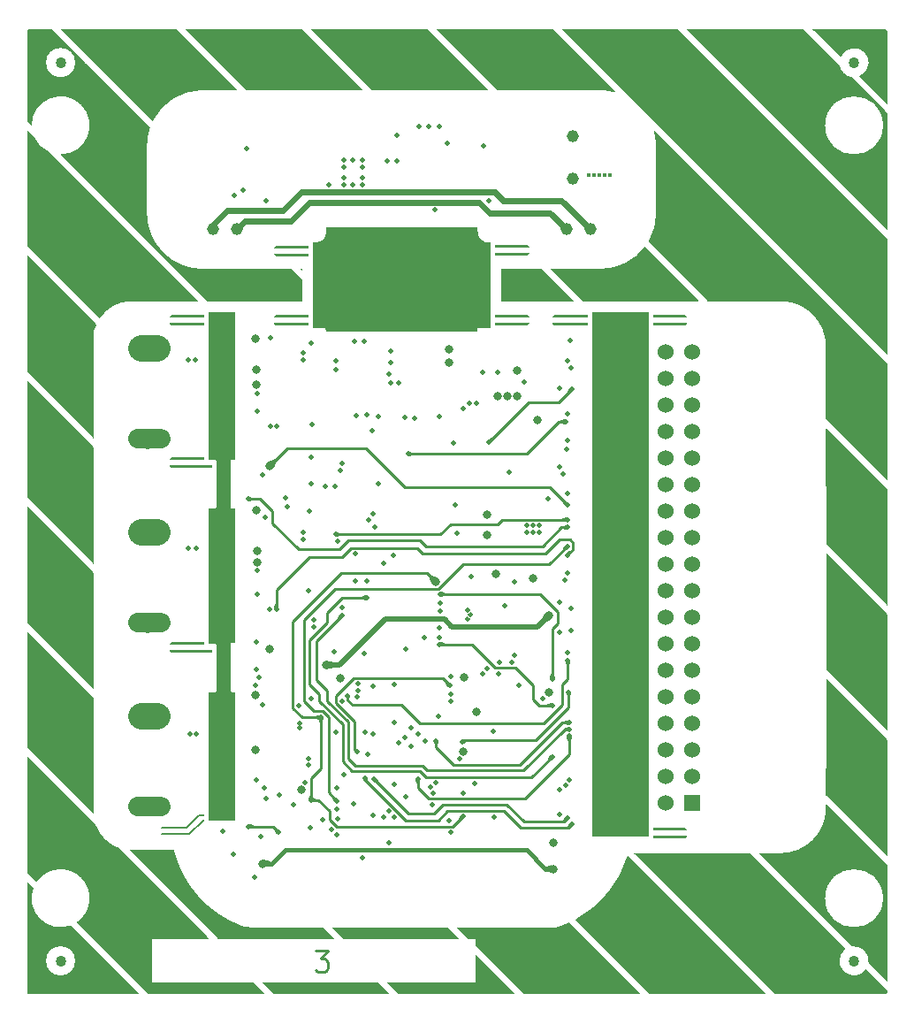
<source format=gbr>
*
%FSLAX26Y26*%
%MOIN*%
%ADD10C,0.101181*%
%ADD11C,0.073181*%
%ADD12R,0.060241X0.060241*%
%ADD13C,0.060241*%
%ADD14C,0.032681*%
%ADD15C,0.046181*%
%ADD16C,0.046131*%
%ADD17C,0.018901*%
%ADD18C,0.016138*%
%ADD19C,0.009051*%
%ADD20C,0.011181*%
%ADD21C,0.011021*%
%ADD22C,0.016931*%
%ADD23C,0.024801*%
%ADD24C,0.020871*%
%ADD25C,0.061024*%
%ADD26C,0.015748*%
%ADD27C,0.004331*%
%ADD28C,0.001201*%
%ADD29C,0.040591*%
%ADD30C,0.007874*%
%ADD31C,0.016142*%
%IPPOS*%
%LN052s8c64709a.l3*%
%LPD*%
G75*
G36*
X1670820Y990536D02*
X1671088Y991172D01*
X1671638Y991443D01*
X1686327Y993351D01*
X1687015Y993164D01*
X1687381Y992528D01*
X1687396Y982925D01*
X1687163Y982364D01*
X1678266Y975408D01*
X1677598Y975223D01*
X1677040Y975494D01*
X1671010Y981488D01*
X1670782Y982032D01*
X1670820Y990536D01*
G37*
G36*
X962912Y1487562D02*
X962907Y1487660D01*
X967001Y1501468D01*
X967420Y1501986D01*
X967901Y1502109D01*
X975278D01*
X975894Y1501853D01*
X976148Y1501427D01*
X980235Y1487642D01*
X980162Y1486950D01*
X979692Y1486526D01*
X971866Y1483247D01*
X971250Y1483244D01*
X963429Y1486533D01*
X962938Y1487027D01*
X962912Y1487562D01*
G37*
G36*
X2049710Y1823812D02*
X2049966Y1824426D01*
X2050391Y1824680D01*
X2064176Y1828767D01*
X2064869Y1828694D01*
X2065293Y1828224D01*
X2068572Y1820398D01*
X2068574Y1819849D01*
X2068542Y1819730D01*
X2065286Y1811961D01*
X2064791Y1811470D01*
X2064160Y1811439D01*
X2050349Y1815533D01*
X2049832Y1815952D01*
X2049709Y1816434D01*
X2049710Y1823812D01*
G37*
G36*
Y1795444D02*
X2049965Y1796059D01*
X2050391Y1796314D01*
X2064176Y1800401D01*
X2064869Y1800328D01*
X2065293Y1799858D01*
X2068572Y1792032D01*
X2068574Y1791455D01*
X2065286Y1783594D01*
X2064791Y1783105D01*
X2064161Y1783072D01*
X2050349Y1787166D01*
X2049832Y1787587D01*
X2049709Y1788067D01*
X2049710Y1795444D01*
G37*
G36*
X1195413Y1765550D02*
X1195413Y1765669D01*
X1198701Y1773516D01*
X1199196Y1774005D01*
X1199826Y1774038D01*
X1213637Y1769944D01*
X1214156Y1769524D01*
X1214277Y1769042D01*
Y1761666D01*
X1214022Y1761050D01*
X1213596Y1760796D01*
X1199811Y1756710D01*
X1199119Y1756783D01*
X1198694Y1757251D01*
X1195415Y1765078D01*
X1195413Y1765550D01*
G37*
G36*
X866569Y663559D02*
X866569Y663678D01*
X869857Y671526D01*
X870352Y672016D01*
X870983Y672047D01*
X884794Y667953D01*
X885311Y667534D01*
X885434Y667053D01*
Y659673D01*
X885177Y659060D01*
X884752Y658806D01*
X870967Y654719D01*
X870274Y654792D01*
X869850Y655262D01*
X866571Y663088D01*
X866569Y663559D01*
G37*
G36*
X864994Y1898599D02*
X864994Y1898718D01*
X868283Y1906564D01*
X868776Y1907054D01*
X869408Y1907087D01*
X883218Y1902993D01*
X883736Y1902573D01*
X883859Y1902092D01*
Y1894714D01*
X883604Y1894099D01*
X883176Y1893845D01*
X869392Y1889759D01*
X868700Y1889832D01*
X868275Y1890300D01*
X864996Y1898127D01*
X864994Y1898599D01*
G37*
G36*
X2057584Y1060184D02*
X2057843Y1060809D01*
X2058320Y1061074D01*
X2072108Y1064214D01*
X2072783Y1064097D01*
X2073160Y1063652D01*
X2076446Y1055811D01*
X2076448Y1055269D01*
X2076419Y1055150D01*
X2073150Y1047351D01*
X2072662Y1046867D01*
X2072081Y1046820D01*
X2058288Y1049961D01*
X2057735Y1050352D01*
X2057583Y1050876D01*
X2057584Y1060184D01*
G37*
G36*
X2043804Y2194044D02*
X2044063Y2194667D01*
X2044540Y2194932D01*
X2058328Y2198072D01*
X2059003Y2197956D01*
X2059381Y2197511D01*
X2062666Y2189670D01*
X2062670Y2189012D01*
X2062596Y2188907D01*
X2059370Y2181209D01*
X2058884Y2180726D01*
X2058302Y2180678D01*
X2044507Y2183819D01*
X2043956Y2184211D01*
X2043804Y2184734D01*
Y2194044D01*
G37*
G36*
X2067306Y1001225D02*
X2067752Y1001602D01*
X2075593Y1004887D01*
X2076183Y1004890D01*
X2084054Y1001591D01*
X2084537Y1001105D01*
X2084585Y1000523D01*
X2081444Y986728D01*
X2081052Y986177D01*
X2080529Y986025D01*
X2071220D01*
X2070594Y986285D01*
X2070331Y986762D01*
X2067191Y1000548D01*
X2067306Y1001225D01*
G37*
G36*
X2065339Y1166579D02*
X2065784Y1166956D01*
X2073625Y1170242D01*
X2074215Y1170244D01*
X2082085Y1166946D01*
X2082569Y1166459D01*
X2082617Y1165877D01*
X2079475Y1152082D01*
X2079083Y1151531D01*
X2078560Y1151379D01*
X2069252D01*
X2068625Y1151639D01*
X2068363Y1152117D01*
X2065222Y1165904D01*
X2065339Y1166579D01*
G37*
G36*
X2061402Y1284689D02*
X2061846Y1285066D01*
X2069688Y1288352D01*
X2070278Y1288354D01*
X2078148Y1285056D01*
X2078632Y1284569D01*
X2078680Y1283987D01*
X2075538Y1270193D01*
X2075147Y1269641D01*
X2074623Y1269489D01*
X2065314Y1269490D01*
X2064689Y1269750D01*
X2064426Y1270227D01*
X2061285Y1284014D01*
X2061402Y1284689D01*
G37*
G36*
X2003423Y1223818D02*
X2003415Y1223907D01*
X2006480Y1237701D01*
X2006870Y1238254D01*
X2007397Y1238407D01*
X2016860D01*
X2017484Y1238148D01*
X2017750Y1237667D01*
X2020814Y1223879D01*
X2020695Y1223205D01*
X2020251Y1222832D01*
X2012409Y1219546D01*
X2011799Y1219543D01*
X2003947Y1222842D01*
X2003464Y1223328D01*
X2003423Y1223818D01*
G37*
G36*
X1565339Y983727D02*
X1565782Y984102D01*
X1573625Y987388D01*
X1574215Y987390D01*
X1582087Y984091D01*
X1582570Y983604D01*
X1582619Y983027D01*
X1579554Y969234D01*
X1579164Y968679D01*
X1578637Y968525D01*
X1569175D01*
X1568548Y968785D01*
X1568284Y969267D01*
X1565220Y983053D01*
X1565339Y983727D01*
G37*
G36*
X1496442Y841012D02*
X1496885Y841385D01*
X1504727Y844671D01*
X1505318Y844673D01*
X1513190Y841374D01*
X1513673Y840888D01*
X1513721Y840309D01*
X1510656Y826517D01*
X1510266Y825963D01*
X1509739Y825809D01*
X1500276D01*
X1499649Y826069D01*
X1499387Y826551D01*
X1496322Y840338D01*
X1496442Y841012D01*
G37*
G36*
X1993804Y1124848D02*
X1994064Y1125475D01*
X1994546Y1125739D01*
X2008333Y1128803D01*
X2009007Y1128684D01*
X2009380Y1128240D01*
X2012666Y1120398D01*
X2012669Y1119785D01*
X2009369Y1111935D01*
X2008884Y1111454D01*
X2008307Y1111404D01*
X1994513Y1114469D01*
X1993958Y1114859D01*
X1993804Y1115386D01*
Y1124848D01*
G37*
G36*
X1587145Y1539172D02*
X1587145Y1539291D01*
X1590444Y1547164D01*
X1590930Y1547645D01*
X1591507Y1547695D01*
X1605300Y1544629D01*
X1605856Y1544241D01*
X1606010Y1543713D01*
X1606009Y1534251D01*
X1605749Y1533625D01*
X1605269Y1533360D01*
X1591482Y1530296D01*
X1590807Y1530414D01*
X1590433Y1530858D01*
X1587147Y1538700D01*
X1587145Y1539172D01*
G37*
G36*
X1586778Y1350193D02*
X1586778Y1350313D01*
X1590078Y1358187D01*
X1590564Y1358670D01*
X1591141Y1358718D01*
X1604935Y1355653D01*
X1605489Y1355263D01*
X1605643Y1354736D01*
Y1345274D01*
X1605383Y1344646D01*
X1604900Y1344383D01*
X1591114Y1341319D01*
X1590440Y1341439D01*
X1590067Y1341882D01*
X1586781Y1349724D01*
X1586778Y1350193D01*
G37*
G36*
X1467066Y2068818D02*
X1470365Y2076692D01*
X1470852Y2077174D01*
X1471429Y2077222D01*
X1485222Y2074157D01*
X1485777Y2073767D01*
X1485931Y2073240D01*
Y2063778D01*
X1485671Y2063151D01*
X1485189Y2062887D01*
X1471402Y2059823D01*
X1470729Y2059943D01*
X1470355Y2060385D01*
X1467068Y2068228D01*
X1467066Y2068818D01*
G37*
G36*
X1294788Y1530952D02*
X1295048Y1531577D01*
X1295530Y1531841D01*
X1309317Y1534905D01*
X1309990Y1534787D01*
X1310364Y1534344D01*
X1313651Y1526501D01*
X1313653Y1525933D01*
X1310354Y1518037D01*
X1309868Y1517556D01*
X1309291Y1517506D01*
X1295498Y1520572D01*
X1294942Y1520960D01*
X1294788Y1521488D01*
Y1530952D01*
G37*
G36*
X1262055Y958929D02*
X1262656Y959382D01*
X1262965Y959423D01*
X1270225D01*
X1270664Y959285D01*
X1281395Y951754D01*
X1281778Y951150D01*
X1281616Y950428D01*
X1275586Y944329D01*
X1275335Y944161D01*
X1267561Y940979D01*
X1266846Y940981D01*
X1266327Y941506D01*
X1261956Y958221D01*
X1262055Y958929D01*
G37*
G36*
X1231577Y1151947D02*
X1232068Y1152423D01*
X1239849Y1155683D01*
X1240438Y1155686D01*
X1248315Y1152408D01*
X1248804Y1151915D01*
X1248839Y1151288D01*
X1246021Y1141554D01*
X1245829Y1141227D01*
X1239212Y1134611D01*
X1238551Y1134339D01*
X1237829Y1134638D01*
X1237589Y1135012D01*
X1231550Y1151240D01*
X1231577Y1151947D01*
G37*
G36*
X2054587Y1032909D02*
X2054892Y1033644D01*
X2055330Y1033899D01*
X2072062Y1038597D01*
X2072752Y1038515D01*
X2073165Y1038050D01*
X2076434Y1030248D01*
X2076437Y1029676D01*
X2073178Y1021827D01*
X2072671Y1021323D01*
X2071958Y1021325D01*
X2061568Y1025621D01*
X2061322Y1025786D01*
X2054859Y1032248D01*
X2054587Y1032909D01*
G37*
G36*
X964041Y651572D02*
X964289Y651973D01*
X969503Y657188D01*
X970123Y657443D01*
X970623Y657309D01*
X982876Y650197D01*
X983295Y649647D01*
X983255Y649038D01*
X980037Y641179D01*
X979664Y640803D01*
X979562Y640735D01*
X971760Y637541D01*
X971057Y637545D01*
X970579Y637993D01*
X964088Y650912D01*
X964041Y651572D01*
G37*
G36*
X2064195Y1693817D02*
X2064620Y1694287D01*
X2077279Y1701157D01*
X2077942Y1701227D01*
X2078369Y1700973D01*
X2083586Y1695756D01*
X2083841Y1695141D01*
X2083718Y1694659D01*
X2076861Y1682023D01*
X2076320Y1681585D01*
X2075688Y1681616D01*
X2067836Y1684832D01*
X2067384Y1685278D01*
X2067353Y1685401D01*
X2064193Y1693122D01*
X2064195Y1693817D01*
G37*
G36*
X1610390Y1204214D02*
X1610645Y1204640D01*
X1615862Y1209857D01*
X1616478Y1210112D01*
X1616958Y1209989D01*
X1629594Y1203131D01*
X1630032Y1202590D01*
X1630001Y1201959D01*
X1626785Y1194106D01*
X1626353Y1193670D01*
X1618495Y1190463D01*
X1617800Y1190467D01*
X1617330Y1190890D01*
X1610460Y1203550D01*
X1610390Y1204214D01*
G37*
G36*
X2052821Y1884196D02*
X2053084Y1884674D01*
X2059667Y1891257D01*
X2060292Y1891514D01*
X2060815Y1891365D01*
X2072785Y1883835D01*
X2073180Y1883275D01*
X2073132Y1882694D01*
X2069911Y1874827D01*
X2069482Y1874392D01*
X2061599Y1871174D01*
X2060912Y1871176D01*
X2060467Y1871554D01*
X2052935Y1883530D01*
X2052821Y1884196D01*
G37*
G36*
X2068881Y2303909D02*
X2076409Y2315878D01*
X2076968Y2316274D01*
X2077551Y2316226D01*
X2085419Y2313004D01*
X2085852Y2312574D01*
X2089071Y2304691D01*
X2089067Y2304005D01*
X2088689Y2303559D01*
X2076715Y2296027D01*
X2076048Y2295914D01*
X2075571Y2296177D01*
X2068989Y2302759D01*
X2068729Y2303385D01*
X2068881Y2303909D01*
G37*
G36*
X1994575Y919068D02*
X2002103Y931037D01*
X2002662Y931433D01*
X2003245Y931385D01*
X2011113Y928164D01*
X2011548Y927730D01*
X2014765Y919850D01*
X2014761Y919163D01*
X2014383Y918719D01*
X2002409Y911187D01*
X2001741Y911073D01*
X2001264Y911336D01*
X1994683Y917918D01*
X1994423Y918544D01*
X1994575Y919068D01*
G37*
G36*
X1768451Y2120228D02*
X1768827Y2120674D01*
X1780803Y2128208D01*
X1781472Y2128321D01*
X1781948Y2128056D01*
X1788530Y2121474D01*
X1788787Y2120849D01*
X1788638Y2120326D01*
X1781108Y2108357D01*
X1780549Y2107961D01*
X1779967Y2108009D01*
X1772100Y2111230D01*
X1771697Y2111629D01*
X1768447Y2119544D01*
X1768451Y2120228D01*
G37*
G36*
X1201268Y1449797D02*
X1208796Y1461766D01*
X1209355Y1462162D01*
X1209938Y1462114D01*
X1217806Y1458892D01*
X1218239Y1458462D01*
X1221458Y1450579D01*
X1221454Y1449892D01*
X1221076Y1449447D01*
X1209102Y1441915D01*
X1208435Y1441802D01*
X1207958Y1442065D01*
X1201375Y1448647D01*
X1201116Y1449273D01*
X1201268Y1449797D01*
G37*
G36*
X2069026Y664007D02*
X2076608Y675922D01*
X2077167Y676314D01*
X2077746Y676266D01*
X2085614Y673044D01*
X2086051Y672611D01*
X2089268Y664728D01*
X2089266Y664044D01*
X2088891Y663600D01*
X2076971Y656015D01*
X2076304Y655897D01*
X2075822Y656162D01*
X2069130Y662854D01*
X2068872Y663481D01*
X2069026Y664007D01*
G37*
G36*
X2051609Y1711666D02*
X2059191Y1723582D01*
X2059752Y1723974D01*
X2060329Y1723926D01*
X2068198Y1720703D01*
X2068633Y1720274D01*
X2071852Y1712388D01*
X2071848Y1711703D01*
X2071475Y1711260D01*
X2059555Y1703675D01*
X2058886Y1703557D01*
X2058406Y1703822D01*
X2051715Y1710513D01*
X2051455Y1711138D01*
X2051609Y1711666D01*
G37*
G36*
Y686470D02*
X2059191Y698385D01*
X2059752Y698777D01*
X2060329Y698729D01*
X2068198Y695507D01*
X2068635Y695074D01*
X2071852Y687191D01*
X2071848Y686506D01*
X2071475Y686063D01*
X2059555Y678478D01*
X2058886Y678360D01*
X2058406Y678625D01*
X2051715Y685316D01*
X2051455Y685943D01*
X2051609Y686470D01*
G37*
G36*
X1657909Y692970D02*
X1665491Y704886D01*
X1666051Y705279D01*
X1666630Y705228D01*
X1674498Y702007D01*
X1674934Y701575D01*
X1678151Y693692D01*
X1678149Y693007D01*
X1677774Y692564D01*
X1665854Y684979D01*
X1665187Y684861D01*
X1664705Y685125D01*
X1658013Y691817D01*
X1657755Y692444D01*
X1657909Y692970D01*
G37*
G36*
X1182379Y769590D02*
X1182644Y770070D01*
X1189336Y776762D01*
X1189961Y777020D01*
X1190488Y776866D01*
X1202404Y769284D01*
X1202797Y768724D01*
X1202746Y768145D01*
X1199570Y760386D01*
G02X1198978Y759804I-834J256D01*
G01X1191210Y756624D01*
X1190525Y756626D01*
X1190082Y757001D01*
X1182497Y768921D01*
X1182379Y769590D01*
G37*
G36*
X1297819Y840533D02*
X1297736Y840750D01*
X1298007Y841385D01*
X1303984Y847416D01*
X1304236Y847584D01*
X1312042Y850780D01*
X1312757Y850778D01*
X1313274Y850255D01*
X1317130Y836176D01*
X1317051Y835553D01*
X1316828Y835270D01*
X1310198Y828639D01*
X1309537Y828366D01*
X1308876Y828639D01*
X1297990Y840087D01*
X1297819Y840533D01*
G37*
G36*
X1333109Y837543D02*
X1339112Y843630D01*
X1339365Y843798D01*
X1347279Y847039D01*
X1347973Y847035D01*
X1348432Y846627D01*
X1355458Y834323D01*
X1355542Y833659D01*
X1355285Y833216D01*
X1348598Y826528D01*
X1347965Y826267D01*
X1347412Y826439D01*
X1333338Y836216D01*
X1332951Y836818D01*
X1333109Y837543D01*
G37*
G36*
X1093684Y767789D02*
X1097519Y781438D01*
X1097933Y781962D01*
X1098423Y782091D01*
X1107881D01*
X1108513Y781828D01*
X1108782Y781309D01*
X1110461Y771683D01*
X1119952Y769573D01*
X1120506Y769184D01*
X1120660Y768656D01*
Y759193D01*
X1120400Y758568D01*
X1119918Y758304D01*
X1106131Y755240D01*
X1105458Y755358D01*
X1105084Y755802D01*
X1101874Y763463D01*
X1094207Y766676D01*
X1093719Y767168D01*
X1093684Y767789D01*
G37*
G36*
X1120576Y1080163D02*
X1120836Y1080789D01*
X1121316Y1081054D01*
X1135103Y1084118D01*
X1135779Y1084000D01*
X1136152Y1083555D01*
X1139362Y1075895D01*
X1147054Y1072671D01*
X1147535Y1072187D01*
X1147588Y1071624D01*
X1144804Y1057894D01*
X1144423Y1057328D01*
X1143883Y1057166D01*
X1134418D01*
X1133794Y1057425D01*
X1133537Y1057883D01*
X1131172Y1067587D01*
X1121283Y1069784D01*
X1120730Y1070174D01*
X1120576Y1070701D01*
Y1080163D01*
G37*
G36*
X916869Y523818D02*
X916869Y523936D01*
X922799Y538158D01*
X923289Y538646D01*
X923897Y538688D01*
X948842Y532150D01*
X949377Y531744D01*
X949514Y531240D01*
X949513Y516008D01*
X949255Y515387D01*
X948805Y515129D01*
X923876Y508595D01*
X923191Y508689D01*
X922791Y509150D01*
X916871Y523348D01*
X916869Y523818D01*
G37*
G36*
X1157064Y1271859D02*
X1157103Y1287172D01*
X1157379Y1287831D01*
X1158066Y1288114D01*
X1189040Y1282330D01*
X1189612Y1281956D01*
X1189781Y1281407D01*
Y1262281D01*
X1189519Y1261649D01*
X1189011Y1261381D01*
X1158231Y1255610D01*
X1157531Y1255758D01*
X1157127Y1256380D01*
X1157064Y1271859D01*
G37*
G36*
X940516Y2037976D02*
X940996Y2038470D01*
X965327Y2049452D01*
X965982Y2049472D01*
X966351Y2049233D01*
X972989Y2042597D01*
X973239Y2041991D01*
X973146Y2041561D01*
X962184Y2017275D01*
X961667Y2016790D01*
X960978Y2016800D01*
X946779Y2022643D01*
X946377Y2023042D01*
X940514Y2037267D01*
X940516Y2037976D01*
G37*
G36*
X1544687Y1606189D02*
X1544927Y1606561D01*
X1551675Y1613309D01*
X1552279Y1613558D01*
X1552711Y1613465D01*
X1576943Y1602449D01*
X1577428Y1601931D01*
X1577416Y1601243D01*
X1571573Y1587043D01*
X1571067Y1586535D01*
X1570937D01*
X1556947Y1580778D01*
X1556237Y1580780D01*
X1555745Y1581260D01*
X1544709Y1605535D01*
X1544687Y1606189D01*
G37*
G36*
X1978299Y500548D02*
X1978544Y500936D01*
X1989182Y511574D01*
X1989447Y511747D01*
X2008323Y518943D01*
X2009033Y518921D01*
X2009514Y518425D01*
X2015413Y504225D01*
X2015411Y503635D01*
X2009508Y489475D01*
X2009009Y488978D01*
X2008339Y488960D01*
X1978875Y499287D01*
X1978342Y499763D01*
X1978299Y500548D01*
G37*
G36*
X1968456Y1443553D02*
X1986140Y1469398D01*
X1986740Y1469789D01*
X1987463Y1469636D01*
X2009256Y1447879D01*
X2009527Y1447218D01*
X2009242Y1446535D01*
X2009046Y1446370D01*
X1983250Y1428721D01*
X1982581Y1428580D01*
X1982073Y1428848D01*
X1968548Y1442374D01*
X1968287Y1443004D01*
X1968456Y1443553D01*
G37*
G54D10*
X463253Y1771864D02*
X523253D01*
G54D11*
X449253Y1431612D02*
X537253D01*
G54D10*
X462583Y2464630D02*
X522583D01*
G54D11*
X448583Y2124378D02*
X536583D01*
G54D12*
X2540064Y753663D03*
G54D13*
X2440064D03*
X2540064Y853663D03*
X2440064D03*
X2540064Y953663D03*
X2440064D03*
X2540064Y1053663D03*
X2440064D03*
X2540064Y1153663D03*
X2440064D03*
X2540064Y1253663D03*
X2440064D03*
X2540064Y1353663D03*
X2440064D03*
X2540064Y1453663D03*
X2440064D03*
X2540064Y1553663D03*
X2440064D03*
X2540064Y1653663D03*
X2440064D03*
X2540064Y1753663D03*
X2440064D03*
X2540064Y1853663D03*
X2440064D03*
X2540064Y1953663D03*
X2440064D03*
X2540064Y2053663D03*
X2440064D03*
X2540064Y2153663D03*
X2440064D03*
X2540064Y2253663D03*
X2440064D03*
X2540064Y2353663D03*
X2440064D03*
X2540064Y2453663D03*
X2440064D03*
G54D10*
X463253Y1079864D02*
X523253D01*
G54D11*
X449253Y739612D02*
X537253D01*
G54D14*
X1623438Y2412027D03*
Y2462027D03*
G54D15*
X2155513Y2914563D03*
X2065356D03*
X821261D03*
G54D16*
X731204Y2914469D03*
G54D15*
X2088190Y3107477D03*
X2087993Y3264957D03*
G54D17*
X1848529Y2000612D03*
X1581797Y1079352D03*
X1180222Y651203D03*
X1764867Y1257673D03*
X2068017Y1620101D03*
X1335734Y1014234D03*
X1644789Y1876597D03*
X2064080Y2087010D03*
X1639421Y2108880D03*
X1320379Y1820494D03*
X1884946Y1194510D03*
X2068017Y2420101D03*
X1551198Y812620D03*
X1411521Y1684667D03*
X1375104Y698447D03*
X1094762Y1851006D03*
X1261631Y748236D03*
X1560253Y745480D03*
X2068017Y1320101D03*
X1674316Y701404D03*
G54D14*
X1570970Y1587227D03*
G54D17*
X1102353Y763942D03*
X1138883Y1075415D03*
X1093188Y897112D03*
X1531600Y986833D03*
X1587702Y1538998D03*
X2012111Y1220101D03*
X971568Y1483801D03*
X1725497Y2259471D03*
X1037402Y746063D03*
X1456797Y2204352D03*
X1572112Y829352D03*
X1749214Y1239563D03*
X2068017Y1685435D03*
X812009Y3043500D03*
X1196954Y2384471D03*
X972638Y2172441D03*
X979434Y641360D03*
X1196954Y2418919D03*
X2068017Y1791734D03*
X1661176Y918574D03*
X844489Y3061217D03*
X1697938Y2259471D03*
X924803Y808661D03*
X865551Y1898425D03*
X906496Y1225197D03*
X867126Y663386D03*
X1808860Y1240351D03*
X1492230Y2203818D03*
X2075891Y1029923D03*
X1217623Y1458289D03*
X888883Y472463D03*
X859356Y3218899D03*
X899016Y2295669D03*
X1266344Y2493132D03*
X899016Y1628346D03*
X1433174Y2336242D03*
X1623135Y684667D03*
X1749119Y2377581D03*
X1790458Y1022660D03*
X1587008Y1376269D03*
X1098819Y659449D03*
X1278167Y1175795D03*
X1101397Y1145213D03*
X892126Y1194291D03*
X894685Y1357812D03*
X1652663Y1768329D03*
X1677269Y2237817D03*
G54D14*
X1940064Y1599038D03*
G54D17*
X1169111Y3082305D03*
X1219592Y1134864D03*
X1006993Y1901203D03*
X2040064Y708683D03*
X1113293Y1414982D03*
X933465Y770472D03*
X919095Y1990551D03*
X1793411Y700415D03*
X1101397Y2485849D03*
X1331441Y2155140D03*
X2012111Y1120101D03*
X1587336Y1350022D03*
X1414474Y823447D03*
X1226482Y858880D03*
X2040458Y2018112D03*
X2010930Y927561D03*
X1313096Y1526203D03*
X1433174Y978959D03*
X2068017Y1820101D03*
X1306206Y1019313D03*
X1195970Y1765376D03*
X1335734Y705337D03*
X1104151Y2178762D03*
X2068017Y2120101D03*
X1196954Y1019313D03*
X1674311Y789982D03*
X2068017Y1920101D03*
Y2220101D03*
X1198923Y730927D03*
X1457781Y776597D03*
X1156600Y1947246D03*
X1240174Y1155140D03*
X2069986Y1287797D03*
X1547353Y3301787D03*
X1671412Y981960D03*
X2073923Y1169687D03*
X1479434Y967148D03*
X1414474Y1199431D03*
X1092623Y1554142D03*
X1480419Y1035455D03*
X1276789Y1150992D03*
X1427069Y3172850D03*
X1455616Y998677D03*
X1188206Y1324024D03*
X1414474Y1056715D03*
X1144789Y690573D03*
X1277576Y1201189D03*
X933072Y3021256D03*
X1198923Y809667D03*
X2040058Y2314861D03*
X1628056Y641360D03*
X1387699Y3172850D03*
X1396757Y2370474D03*
X1628056Y1163998D03*
X1335734Y1844116D03*
X1628056Y1135455D03*
X898726Y2229724D03*
X948819Y2173031D03*
X898726Y1537992D03*
X944685Y1483268D03*
X1217623Y1490770D03*
X1079921Y829515D03*
X895713Y839114D03*
X983858Y781496D03*
X1705923Y1605323D03*
X1112308Y1443526D03*
G54D14*
X1799316Y1615770D03*
G54D17*
X1628056Y1228959D03*
X1341639Y1792935D03*
X1587702Y1507502D03*
X1217623Y2033093D03*
X1057252Y1120629D03*
X1458765Y1332305D03*
X810143Y559077D03*
X1203844Y1739789D03*
X1587702Y1476006D03*
X1586718Y2208880D03*
X1012899Y1870691D03*
X1211718Y2005534D03*
X1585734Y1413014D03*
X1269786Y1693529D03*
X896757Y1256434D03*
X2075891Y1004332D03*
X1505025Y844116D03*
X1507983Y3301789D03*
X1339584Y843211D03*
X2068017Y694904D03*
X2082874Y1487205D03*
X2040371Y802370D03*
X1394786Y721085D03*
X2037598Y1397244D03*
X1562111Y789982D03*
X1573923Y986833D03*
X2075891Y1055514D03*
X2062111Y2189372D03*
X1101802Y2054746D03*
X1402663Y2336242D03*
X1467623Y2068526D03*
G54D14*
X1677269Y947463D03*
X1726482Y1097069D03*
X1956797Y2197463D03*
X1879041Y2383486D03*
G54D17*
X1804237Y2377581D03*
X1906600Y2340179D03*
X767820Y645087D03*
X1060570Y1054216D03*
X1060433Y1036614D03*
X668307Y1012795D03*
X644882Y1012598D03*
X911221Y626181D03*
G54D14*
X917426Y523644D03*
X2014867Y503959D03*
G54D17*
X1275142Y944760D03*
G54D14*
X946962Y1331238D03*
G54D17*
X1273726Y2213211D03*
X2069308Y1875008D03*
X1626182Y1194288D03*
X1268804Y1590179D03*
G54D14*
X946962Y2023245D03*
G54D17*
X1072943Y1745472D03*
X667520Y1712598D03*
X1073927Y1772441D03*
X637795Y1712598D03*
X640158Y2423228D03*
X1071954Y2423031D03*
X665748Y2423228D03*
X1071560Y2448691D03*
G54D14*
X1766836Y1761439D03*
X1765852Y1838211D03*
G54D17*
X1201395Y691543D03*
X1316293Y937205D03*
X1302269Y1317541D03*
X1311127Y1590179D03*
X1312160Y2216212D03*
X1194001Y1947246D03*
X1414107Y698447D03*
X2075891Y838978D03*
X2083268Y1401968D03*
X1586718Y3301793D03*
X2085433Y672441D03*
X1374119Y1655140D03*
X1304455Y846997D03*
X1975005Y1146774D03*
X2058174Y1590947D03*
X2078937Y2495472D03*
G54D14*
X1804237Y2285061D03*
G54D17*
X1259590Y3082305D03*
G54D14*
X1677757Y1226374D03*
G54D17*
X920379Y1122332D03*
G54D14*
X894488Y2385039D03*
G54D17*
X1914552Y1771313D03*
X1301285Y2492148D03*
G54D14*
X898726Y1702165D03*
G54D17*
X1962780Y1771313D03*
X1914474Y1797730D03*
X2062119Y819458D03*
X1939080Y1797730D03*
X1224157Y3082305D03*
X1962702Y1797730D03*
X1939158Y1771313D03*
G54D14*
X1841639Y2285061D03*
G54D17*
X948032Y2505905D03*
G54D14*
X1211237Y1223630D03*
G54D17*
X1224157Y3109864D03*
G54D14*
X1879041Y2285061D03*
G54D17*
X2040064Y1509274D03*
X1295023Y3082305D03*
G54D14*
X1066339Y801968D03*
G54D17*
X1295023Y3109864D03*
X927953Y1830905D03*
G54D18*
X2227476Y3119712D03*
X2168421D03*
G54D17*
X1295023Y3176793D03*
G54D18*
X2188106Y3119712D03*
X2207791D03*
X2148736D03*
G54D17*
X1224157Y3176793D03*
X1295023Y3149234D03*
X1259590Y3176793D03*
X1224157Y3149234D03*
G54D14*
X894488Y2329921D03*
G54D17*
X1401678Y2411045D03*
X1103817Y1954943D03*
X1401678Y2455337D03*
X1355812Y1954746D03*
Y2209057D03*
G54D14*
X898726Y1658857D03*
G54D17*
X1569001Y2988211D03*
X1773726Y3021675D03*
X1617230Y3237817D03*
X1426789Y3268709D03*
X1751088Y3229943D03*
X1772281Y2111833D03*
X2085236Y2312401D03*
X1528647Y1376269D03*
X1505616Y1012266D03*
X1870293Y1307882D03*
X1833285Y1495284D03*
X1868293Y1585258D03*
X1691285Y1479943D03*
Y1446478D03*
X1703096Y1463211D03*
G54D14*
X893307Y952362D03*
X892717Y1159842D03*
X891142Y2501968D03*
X896654Y1855709D03*
G54D17*
X1860340Y1283093D03*
X1811127D03*
X2068017Y1720101D03*
X1198923Y760459D03*
X1197938Y634254D03*
G54D14*
X1999820Y1170677D03*
X2014867Y603368D03*
G54D17*
X2081693Y2390945D03*
X1294395Y547266D03*
G54D14*
X1157694Y1271858D03*
G54D17*
X2052269Y1992521D03*
G54D14*
X1998009Y1458289D03*
G54D17*
X1997151Y1900002D03*
X1719592Y825415D03*
X1335734Y1192541D03*
X1394786Y601006D03*
X1091552Y920677D03*
G54D19*
X1117824Y195093D02*
X1166568D01*
X1140321Y165097D01*
X1151570D01*
X1159069Y161347D01*
X1162818Y157598D01*
X1166568Y150099D01*
Y131351D01*
X1162818Y123852D01*
X1159069Y120102D01*
X1151570Y116353D01*
X1129072D01*
X1121573Y120102D01*
X1117824Y123852D01*
G54D20*
X1570970Y1587227D02*
X1540064Y1618132D01*
X1139173Y1075125D02*
X1138883Y1075415D01*
X1032584Y1435061D02*
Y1110526D01*
X1102353Y763942D02*
X1130178D01*
X1171867Y722252D01*
Y690928D01*
X1215655Y1618132D02*
X1032584Y1435061D01*
X1139173Y882018D02*
Y1075125D01*
X1199205Y663591D02*
X1636502D01*
X1103150Y845994D02*
X1139173Y882018D01*
X1103150Y764739D02*
Y845994D01*
X1540064Y1618132D02*
X1215655D01*
X1032584Y1110526D02*
X1067695Y1075415D01*
X1171867Y690928D02*
X1199205Y663591D01*
X1102353Y763942D02*
X1103150Y764739D01*
X1636502Y663591D02*
X1674316Y701404D01*
X1067695Y1075415D02*
X1138883D01*
X2032584Y1471478D02*
X1965064Y1538998D01*
X1587702D01*
X2032584Y1430812D02*
Y1471478D01*
X2012111Y1410340D02*
X2032584Y1430812D01*
X2012111Y1220101D02*
Y1410340D01*
G54D19*
X971568Y1483801D02*
Y1555820D01*
X2090655Y1708073D02*
X2068017Y1685435D01*
X1219592Y1680140D02*
X1253056Y1713604D01*
X1501484D01*
X1523137Y1691951D01*
X971568Y1555820D02*
X1095888Y1680140D01*
X2077559Y1744685D02*
X2090655Y1731589D01*
X1523137Y1691951D02*
X1986324D01*
X2090655Y1731589D02*
Y1708073D01*
X1095888Y1680140D02*
X1219592D01*
X1986324Y1691951D02*
X2039058Y1744685D01*
X2077559D01*
X958071Y663386D02*
X867126D01*
X955315Y1807480D02*
Y1850984D01*
X2068017Y1791734D02*
X2047133D01*
X1534552Y1719510D02*
X1512899Y1741164D01*
X1974909Y1719510D02*
X1534552D01*
X2047133Y1791734D02*
X1974909Y1719510D01*
X907874Y1898425D02*
X865551D01*
X955315Y1850984D02*
X907874Y1898425D01*
X1055096Y1707699D02*
X955315Y1807480D01*
X979434Y642022D02*
X958071Y663386D01*
X979434Y641360D02*
Y642022D01*
X1512899Y1741164D02*
X1241641D01*
X1208176Y1707699D02*
X1055096D01*
X1241641Y1741164D02*
X1208176Y1707699D01*
G54D21*
X1241159Y1058669D02*
Y920059D01*
X1539474Y875022D02*
X1903647D01*
X1217623Y1458289D02*
X1123135Y1363801D01*
Y1215669D02*
X1163993Y1174811D01*
X1267495Y893723D02*
X1520773D01*
X1163993Y1174811D02*
Y1135835D01*
X1520773Y893723D02*
X1539474Y875022D01*
X2058548Y1029923D02*
X2075891D01*
X1163993Y1135835D02*
X1241159Y1058669D01*
Y920059D02*
X1267495Y893723D01*
X1903647Y875022D02*
X2058548Y1029923D01*
X1123135Y1363801D02*
Y1215669D01*
G54D20*
X1587336Y1350022D02*
X1707680D01*
X1961224Y1120101D02*
X2012111D01*
X1707680Y1350022D02*
X1795293Y1262410D01*
X1873611D02*
X1939789Y1196232D01*
X1795293Y1262410D02*
X1873611D01*
X1939789Y1141536D02*
X1961224Y1120101D01*
X1939789Y1196232D02*
Y1141536D01*
X1313096Y1526203D02*
X1220182D01*
X1097064Y1199196D02*
X1133678Y1162581D01*
X1256525Y874012D02*
X1511940D01*
X1220182Y1526203D02*
X1162505Y1468526D01*
X1511940Y874012D02*
X1535930Y850022D01*
X1922938D01*
X1133678Y1136706D02*
X1221867Y1048517D01*
X1097064Y1366667D02*
Y1199196D01*
X1162505Y1432108D02*
X1097064Y1366667D01*
X1133678Y1162581D02*
Y1136706D01*
G54D21*
X1922938Y850022D02*
X1933391D01*
G54D20*
X1162505Y1468526D02*
Y1432108D01*
X1221867Y1048517D02*
Y908669D01*
X1256525Y874012D01*
G54D21*
X1933391Y850022D02*
X2010930Y927561D01*
G54D19*
X1804237Y1803171D02*
X1821167Y1820101D01*
X1628056Y1803171D02*
X1804237D01*
X1590261Y1765376D02*
X1628056Y1803171D01*
X1195970Y1765376D02*
X1590261D01*
X1821167Y1820101D02*
X2068017D01*
G54D20*
X1240174Y1155140D02*
Y1139872D01*
X2049316Y1200199D02*
X2069986Y1220868D01*
X1978450Y1052187D02*
X2049316Y1123053D01*
X1240174Y1139872D02*
X1258962Y1121085D01*
G54D21*
X2069986Y1220868D02*
Y1287797D01*
G54D20*
X1512899Y1052187D02*
X1978450D01*
X1444001Y1121085D02*
X1512899Y1052187D01*
X2049316Y1123053D02*
Y1200199D01*
X1258962Y1121085D02*
X1444001D01*
G54D21*
X2073923Y1113211D02*
Y1169687D01*
G54D20*
X1671412Y981960D02*
X1677269Y987817D01*
X1948529D01*
X2073923Y1113211D01*
G54D21*
X2075891Y937403D02*
Y1004332D01*
G54D20*
X1907000Y768512D02*
X1908195Y769707D01*
G54D21*
X2075891Y937403D01*
G54D20*
X1546377Y768512D02*
X1907000D01*
X1505025Y809864D02*
X1546377Y768512D01*
X1505025Y844116D02*
Y809864D01*
X1339584Y843211D02*
Y842234D01*
X1470182Y711636D01*
X1565064D02*
X1600655Y747227D01*
X1840493D02*
X1906596Y681124D01*
X1600655Y747227D02*
X1840493D01*
X1470182Y711636D02*
X1565064D01*
X2054237Y681124D02*
X2068017Y694904D01*
X1906596Y681124D02*
X2054237D01*
G54D21*
X2048706Y1055514D02*
X2075891D01*
G54D20*
X1573923Y986833D02*
Y962227D01*
X1890239Y897047D02*
X2048706Y1055514D01*
X1639102Y897047D02*
X1890239D01*
X1573923Y962227D02*
X1639102Y897047D01*
G54D21*
X2036521Y2189372D02*
X2062111D01*
G54D20*
X1467623Y2068526D02*
X1915674D01*
G54D21*
X2036521Y2189372D01*
G54D19*
X1266344Y953559D02*
Y1058681D01*
G54D22*
X953470Y523644D02*
X1005025Y575199D01*
G54D21*
X1310729Y2088604D02*
X1012321D01*
G54D19*
X1266344Y1058681D02*
X1196458Y1128567D01*
X1598230Y1222240D02*
X1626182Y1194288D01*
X1261615Y1222240D02*
X1598230D01*
G54D22*
X1914474Y575199D02*
X1985713Y503959D01*
G54D19*
X1196458Y1128567D02*
Y1157083D01*
G54D21*
X2069308Y1875008D02*
X2002365Y1941951D01*
G54D22*
X917426Y523644D02*
X953470D01*
G54D21*
X1457382Y1941951D02*
X1310729Y2088604D01*
X1012321D02*
X946962Y2023245D01*
G54D19*
X1196458Y1157083D02*
X1261615Y1222240D01*
X1275142Y944760D02*
X1266344Y953559D01*
G54D22*
X1985713Y503959D02*
X2014867D01*
X1005025Y575199D02*
X1914474D01*
G54D21*
X2002365Y1941951D02*
X1457382D01*
G54D20*
X1581797Y686045D02*
X1459360D01*
X2071479Y658486D02*
X1892820D01*
X1306048Y839357D02*
Y845403D01*
X1829828Y721478D02*
X1617230D01*
X2085433Y672441D02*
X2071479Y658486D01*
X1459360Y686045D02*
X1306048Y839357D01*
X1892820Y658486D02*
X1829828Y721478D01*
X1617230D02*
X1581797Y686045D01*
X1306048Y845403D02*
X1304455Y846997D01*
G54D23*
X1776395Y2975992D02*
X1735844Y3016543D01*
X1095428D02*
X1024790Y2945905D01*
X2064941Y2914340D02*
Y2914527D01*
X1735844Y3016543D02*
X1095428D01*
X852411Y2945905D02*
X820846Y2914340D01*
X2003476Y2975992D02*
X1776395D01*
X2064941Y2914527D02*
X2003476Y2975992D01*
X1024790Y2945905D02*
X852411D01*
X1827182Y3022843D02*
X1795637Y3054388D01*
X786182Y2986032D02*
X731204Y2931054D01*
X1795637Y3054388D02*
X1064830D01*
X996474Y2986032D01*
X2046596Y3022843D02*
X1827182D01*
X731204Y2931054D02*
Y2914469D01*
X996474Y2986032D02*
X786182D01*
X2155098Y2914340D02*
X2046596Y3022843D01*
G54D21*
X2035041Y2262206D02*
X1922655D01*
X2085236Y2312401D02*
X2035041Y2262206D01*
X1922655D02*
X1772281Y2111833D01*
G54D20*
X1676285Y1652581D02*
X1581797Y1558093D01*
X1144885Y1099431D02*
X1168411Y1075906D01*
X1194001Y1558093D02*
X1076875Y1440967D01*
X2000497Y1652581D02*
X1676285D01*
X1168411Y790971D02*
X1198923Y760459D01*
X1076875Y1135849D02*
X1113293Y1099431D01*
X1168411Y1075906D02*
Y790971D01*
X2068017Y1720101D02*
X2000497Y1652581D01*
X1581797Y1558093D02*
X1194001D01*
X1113293Y1099431D02*
X1144885D01*
X1076875Y1440967D02*
Y1135849D01*
G54D24*
X1606403Y1444904D02*
X1633962Y1417345D01*
X1957064D02*
X1998009Y1458289D01*
X1209466Y1271858D02*
X1382511Y1444904D01*
X1606403D01*
X1633962Y1417345D02*
X1957064D01*
X1157694Y1271858D02*
X1209466D01*
G54D25*
X484702Y2116504D03*
X485371Y1423748D03*
Y731740D03*
%LPC*%
G75*
X485371Y731740D02*
G54D26*
X1578807Y3408169D02*
X1572639Y3407296D01*
X1566685Y3405462D01*
X1561095Y3402712D01*
X1556008Y3399116D01*
X1551551Y3394763D01*
X1547837Y3389761D01*
X1544956Y3384238D01*
X1542983Y3378329D01*
X1541965Y3372182D01*
X1541929Y3365953D01*
X1542875Y3359795D01*
X1544779Y3353864D01*
X1547594Y3348306D01*
X1551251Y3343262D01*
X1555656Y3338857D01*
X1560701Y3335202D01*
X1566258Y3332387D01*
X1572190Y3330483D01*
X1578348Y3329538D01*
X1578641Y3329518D01*
X668094Y729062D02*
X823819Y728937D01*
X2933599Y730381D02*
Y1031295D01*
X1708372Y2494294D02*
X1708863Y2490488D01*
X1710303Y2486932D01*
X1712599Y2483857D01*
X1715599Y2481465D01*
X1719108Y2479913D01*
X1722896Y2479302D01*
X1726715Y2479671D01*
X1730316Y2480998D01*
X1733462Y2483195D01*
X1735948Y2486118D01*
X1737611Y2489576D01*
X1738342Y2493343D01*
X1738372Y2494294D01*
X514687Y3230082D02*
X514725Y2974267D01*
X0Y3700787D02*
X3307087D01*
Y0D01*
X0D01*
Y3700787D01*
X1178371Y2964517D02*
X1177880Y2968323D01*
X1176440Y2971879D01*
X1174145Y2974954D01*
X1171144Y2977346D01*
X1167635Y2978898D01*
X1163847Y2979509D01*
X1160028Y2979140D01*
X1156427Y2977813D01*
X1153281Y2975616D01*
X1150795Y2972693D01*
X1149132Y2969235D01*
X1148401Y2965468D01*
X1148371Y2964517D01*
X314820Y2437601D02*
X315585Y2431413D01*
X317315Y2425422D01*
X319966Y2419779D01*
X323474Y2414624D01*
X327749Y2410085D01*
X332685Y2406276D01*
X338160Y2403291D01*
X344036Y2401206D01*
X350168Y2400073D01*
X356401Y2399919D01*
X362581Y2400748D01*
X368553Y2402541D01*
X374169Y2405251D01*
X379287Y2408812D01*
X383781Y2413134D01*
X387539Y2418110D01*
X390466Y2423615D01*
X392489Y2429513D01*
X393559Y2435656D01*
X393662Y2437007D01*
X393747Y1473399D02*
X392962Y1479580D01*
X391213Y1485559D01*
X388543Y1491188D01*
X385019Y1496327D01*
X380730Y1500845D01*
X375782Y1504631D01*
X370300Y1507591D01*
X364419Y1509649D01*
X358288Y1510755D01*
X352059Y1510881D01*
X345888Y1510023D01*
X339929Y1508204D01*
X334331Y1505469D01*
X329235Y1501885D01*
X324767Y1497544D01*
X321038Y1492552D01*
X318144Y1487035D01*
X316154Y1481131D01*
X315120Y1474987D01*
X314972Y1472045D01*
X848710Y320030D02*
X859177Y317409D01*
X869839Y315754D01*
X880608Y315080D01*
X884063Y315073D01*
X686900Y627462D02*
X690041Y610545D01*
X694146Y593836D01*
X699202Y577390D01*
X705193Y561261D01*
X712098Y545501D01*
X719896Y530163D01*
X728559Y515298D01*
X738061Y500954D01*
X748369Y487177D01*
X759450Y474015D01*
X771268Y461509D01*
X783782Y449701D01*
X796954Y438630D01*
X810738Y428332D01*
X825089Y418841D01*
X839961Y410189D01*
X855305Y402403D01*
X867952Y396788D01*
X1099697Y2612667D02*
X1099735Y2797188D01*
X2933585Y1307130D02*
X2933632Y1300898D01*
X2934660Y1294751D01*
X2936644Y1288843D01*
X2939534Y1283321D01*
X2943258Y1278323D01*
X2947722Y1273975D01*
X2952816Y1270384D01*
X2958412Y1267640D01*
X2964370Y1265812D01*
X2970542Y1264945D01*
X2976773Y1265062D01*
X2982908Y1266159D01*
X2988794Y1268209D01*
X2994283Y1271160D01*
X2999239Y1274939D01*
X3003537Y1279452D01*
X3007071Y1284585D01*
X3009752Y1290212D01*
X3011514Y1296190D01*
X3012311Y1302371D01*
X3012291Y1306621D01*
X424692Y1228175D02*
X414342Y1227775D01*
X404077Y1226392D01*
X393990Y1224039D01*
X384173Y1220738D01*
X374714Y1216517D01*
X365699Y1211417D01*
X357211Y1205481D01*
X349325Y1198766D01*
X342113Y1191331D01*
X335642Y1183244D01*
X329969Y1174578D01*
X325146Y1165412D01*
X321217Y1155828D01*
X318216Y1145915D01*
X316173Y1135761D01*
X315104Y1125458D01*
X314972Y1122237D01*
X2293309Y2975981D02*
X2293373Y3229518D01*
X734422Y1991827D02*
Y1921353D01*
X1738372Y2964517D02*
X1737881Y2968323D01*
X1736441Y2971879D01*
X1734146Y2974954D01*
X1731145Y2977346D01*
X1727636Y2978898D01*
X1723848Y2979509D01*
X1720029Y2979140D01*
X1716428Y2977813D01*
X1713282Y2975616D01*
X1710796Y2972693D01*
X1709133Y2969235D01*
X1708402Y2965468D01*
X1708372Y2964517D01*
X830619Y1347280D02*
X834440Y1347694D01*
X838032Y1349062D01*
X841160Y1351296D01*
X843620Y1354249D01*
X845252Y1357728D01*
X845950Y1361508D01*
X845667Y1365341D01*
X844423Y1368978D01*
X842298Y1372181D01*
X839431Y1374741D01*
X836009Y1376491D01*
X832256Y1377318D01*
X830619Y1377374D01*
X2024601Y315150D02*
X1768588D01*
X593371Y3229518D02*
X593408Y2975930D01*
X867952Y396787D02*
X873914Y394827D01*
X880108Y393823D01*
X886384Y393801D01*
X892586Y394761D01*
X898561Y396680D01*
X904162Y399510D01*
X909251Y403181D01*
X913704Y407604D01*
X917409Y412669D01*
X920277Y418251D01*
X922236Y424213D01*
X923238Y430408D01*
X923371Y433662D01*
X2372057Y3230093D02*
X2371522Y3243357D01*
X2370004Y3256545D01*
X2367510Y3269584D01*
X2364055Y3282402D01*
X2359658Y3294928D01*
X2354342Y3307092D01*
X2348138Y3318828D01*
X2341080Y3330072D01*
X2333206Y3340759D01*
X2324560Y3350833D01*
X2315190Y3360237D01*
X2305147Y3368919D01*
X2294488Y3376831D01*
X2283270Y3383930D01*
X2271556Y3390176D01*
X2259411Y3395535D01*
X2246901Y3399978D01*
X2234096Y3403479D01*
X2221066Y3406019D01*
X2207884Y3407585D01*
X2194621Y3408168D01*
X2194272Y3408170D01*
X1578807D01*
X2933548Y2473664D02*
Y2177911D01*
X1218371Y463662D02*
X1217879Y469074D01*
X1216419Y474308D01*
X1214038Y479193D01*
X1210816Y483568D01*
X1206857Y487290D01*
X1202291Y490237D01*
X1197269Y492312D01*
X1191955Y493447D01*
X1186524Y493605D01*
X1181152Y492781D01*
X1176018Y491001D01*
X1171289Y488324D01*
X1167121Y484838D01*
X1163650Y480658D01*
X1160989Y475919D01*
X1159227Y470779D01*
X1158422Y465405D01*
X1158371Y463662D01*
X393747Y1119262D02*
Y1053226D01*
X734406Y1298647D02*
Y1228173D01*
X610469Y606470D02*
X614356Y587573D01*
X619205Y568899D01*
X625002Y550497D01*
X631732Y532416D01*
X639378Y514702D01*
X647919Y497403D01*
X657334Y480563D01*
X667598Y464226D01*
X678683Y448436D01*
X690561Y433233D01*
X703201Y418657D01*
X716570Y404747D01*
X730632Y391538D01*
X745352Y379065D01*
X760690Y367361D01*
X776606Y356457D01*
X793059Y346381D01*
X810005Y337159D01*
X827401Y328816D01*
X845200Y321373D01*
X848710Y320030D01*
X423747Y1841462D02*
X418335Y1840970D01*
X413101Y1839509D01*
X408216Y1837129D01*
X403841Y1833906D01*
X400119Y1829947D01*
X397172Y1825381D01*
X395097Y1820359D01*
X393962Y1815045D01*
X393747Y1811463D01*
X1787047Y2612678D02*
X2874417D01*
X692471Y3408158D02*
X1307936D01*
X1148371Y2494294D02*
X1148862Y2490488D01*
X1150302Y2486932D01*
X1152598Y2483857D01*
X1155598Y2481465D01*
X1159107Y2479913D01*
X1162895Y2479302D01*
X1166714Y2479671D01*
X1170315Y2480998D01*
X1173461Y2483195D01*
X1175947Y2486118D01*
X1177610Y2489576D01*
X1178341Y2493343D01*
X1178371Y2494294D01*
X314972Y1404388D02*
Y1472045D01*
X964279Y2875941D02*
X1118409Y2875930D01*
X1578641Y3329518D02*
X2193373D01*
X830619Y1179303D02*
X813297Y1179339D01*
X2193881Y2797249D02*
X2207149Y2797789D01*
X2220341Y2799313D01*
X2233383Y2801812D01*
X2246204Y2805272D01*
X2258732Y2809674D01*
X2270899Y2814995D01*
X2282637Y2821204D01*
X2293882Y2828267D01*
X2304572Y2836145D01*
X2314647Y2844795D01*
X2324053Y2854170D01*
X2332736Y2864217D01*
X2340650Y2874880D01*
X2347750Y2886102D01*
X2353998Y2897820D01*
X2359358Y2909969D01*
X2363801Y2922483D01*
X2367304Y2935292D01*
X2369846Y2948326D01*
X2371413Y2961513D01*
X2371993Y2974329D01*
X423836Y2069496D02*
X783320Y2069468D01*
X822835Y673226D02*
X828267Y673520D01*
X833556Y674788D01*
X838531Y676988D01*
X843028Y680049D01*
X846899Y683870D01*
X850019Y688326D01*
X852284Y693271D01*
X853622Y698544D01*
X853906Y700952D01*
X813296Y1347240D02*
X813281Y1179333D01*
X1118409Y2875929D02*
X1123821Y2876422D01*
X1129055Y2877883D01*
X1133940Y2880264D01*
X1138315Y2883487D01*
X1142038Y2887447D01*
X1144984Y2892012D01*
X1147059Y2897035D01*
X1148194Y2902350D01*
X1148409Y2905930D01*
X2933550Y2473664D02*
X2933057Y2481338D01*
X2931587Y2488886D01*
X2929164Y2496184D01*
X2925826Y2503113D01*
X2921631Y2509557D01*
X2916645Y2515412D01*
X2910951Y2520581D01*
X2904644Y2524979D01*
X2897825Y2528534D01*
X2890607Y2531189D01*
X2883110Y2532898D01*
X2875455Y2533634D01*
X2873548Y2533664D01*
X830710Y1841335D02*
X783320Y1841371D01*
X1495357Y315073D02*
X884063D01*
X1148371Y2494294D02*
Y2533664D01*
X593410Y2975930D02*
X593903Y2966012D01*
X595377Y2956191D01*
X597818Y2946566D01*
X601202Y2937230D01*
X605495Y2928275D01*
X610655Y2919790D01*
X616631Y2911859D01*
X623364Y2904560D01*
X630788Y2897965D01*
X638830Y2892138D01*
X647409Y2887138D01*
X656443Y2883014D01*
X665841Y2879805D01*
X675510Y2877545D01*
X685357Y2876255D01*
X693409Y2875930D01*
X393747Y715162D02*
Y780246D01*
X830619Y1149209D02*
X834440Y1149622D01*
X838032Y1150990D01*
X841161Y1153223D01*
X843622Y1156175D01*
X845254Y1159655D01*
X845953Y1163434D01*
X845671Y1167267D01*
X844427Y1170904D01*
X842303Y1174107D01*
X839437Y1176668D01*
X836015Y1178419D01*
X832262Y1179247D01*
X830619Y1179303D01*
X423746Y1377366D02*
X783230Y1377338D01*
X734406Y1228173D02*
X424692D01*
X1218372Y433702D02*
X1218865Y427444D01*
X1220332Y421341D01*
X1222735Y415542D01*
X1226015Y410190D01*
X1230092Y405417D01*
X1234866Y401341D01*
X1240218Y398061D01*
X1246018Y395659D01*
X1252121Y394194D01*
X1258372Y393702D01*
X424775Y2612665D02*
X414383Y2612195D01*
X404082Y2610744D01*
X393964Y2608323D01*
X384122Y2604955D01*
X374642Y2600670D01*
X365611Y2595507D01*
X357109Y2589512D01*
X349213Y2582739D01*
X341995Y2575248D01*
X335518Y2567107D01*
X329841Y2558390D01*
X325014Y2549175D01*
X321083Y2539543D01*
X318081Y2529583D01*
X316035Y2519383D01*
X314965Y2509035D01*
X314820Y2505257D01*
X3012291Y1306621D02*
Y1903827D01*
X734422Y1991827D02*
X424709D01*
X1708372Y2494294D02*
Y2964517D01*
X734422Y1921353D02*
X424709D01*
X1158371Y447246D02*
Y463662D01*
X2150931Y673562D02*
X2153373Y673662D01*
X2873548D01*
X2933586Y1307130D02*
Y1904336D01*
X393717Y2099614D02*
X394206Y2094193D01*
X395662Y2088949D01*
X398040Y2084053D01*
X401260Y2079665D01*
X405218Y2075929D01*
X409784Y2072966D01*
X414809Y2070875D01*
X420129Y2069723D01*
X423836Y2069496D01*
X423747Y1149261D02*
X418335Y1148769D01*
X413101Y1147308D01*
X408216Y1144928D01*
X403841Y1141705D01*
X400119Y1137746D01*
X397172Y1133180D01*
X395097Y1128158D01*
X393962Y1122844D01*
X393747Y1119262D01*
X1767896Y393747D02*
X2003471D01*
X393915Y2163984D02*
X393718Y2099614D01*
X1099735Y2797188D02*
X964114Y2797290D01*
X1218371Y463662D02*
Y433702D01*
X783281Y1149333D02*
X423657D01*
X2003471Y393702D02*
X2009003Y393995D01*
X2014395Y395263D01*
X2015741Y395743D01*
X1787047Y2612678D02*
X1786983Y2797249D01*
X1922604Y2797317D02*
X1928769Y2798216D01*
X1934714Y2800076D01*
X1940293Y2802849D01*
X1945365Y2806467D01*
X1949803Y2810839D01*
X1953496Y2815856D01*
X1956353Y2821392D01*
X1958302Y2827309D01*
X1959294Y2833460D01*
X1959304Y2839689D01*
X1958332Y2845843D01*
X1956402Y2851766D01*
X1953563Y2857312D01*
X1949886Y2862340D01*
X1945462Y2866727D01*
X1940402Y2870361D01*
X1934832Y2873152D01*
X1928892Y2875031D01*
X1922731Y2875950D01*
X1922438Y2875969D01*
X2874905Y595091D02*
X2273714D01*
X1738372Y2964517D02*
X1738308Y2905980D01*
X668094Y729063D02*
X663723Y728572D01*
X659571Y727123D01*
X655844Y724788D01*
X652728Y721684D01*
X650380Y717965D01*
X648916Y713818D01*
X648543Y711669D01*
X3012069Y1031433D02*
X3011142Y1037587D01*
X3009256Y1043518D01*
X3006457Y1049077D01*
X3002817Y1054125D01*
X2998426Y1058535D01*
X2993394Y1062198D01*
X2987847Y1065021D01*
X2981925Y1066933D01*
X2975775Y1067888D01*
X2969551Y1067860D01*
X2963410Y1066850D01*
X2957505Y1064885D01*
X2951984Y1062013D01*
X2946985Y1058305D01*
X2942634Y1053855D01*
X2939039Y1048775D01*
X2936290Y1043191D01*
X2934457Y1037244D01*
X2933599Y1031295D01*
X393749Y1407363D02*
X394240Y1401952D01*
X395700Y1396718D01*
X398079Y1391833D01*
X401301Y1387458D01*
X405259Y1383736D01*
X409824Y1380789D01*
X414846Y1378713D01*
X420159Y1377578D01*
X423747Y1377363D01*
X830619Y1377374D02*
X783230Y1377338D01*
X983371Y463662D02*
X982879Y469074D01*
X981419Y474308D01*
X979038Y479193D01*
X975816Y483568D01*
X971857Y487290D01*
X967291Y490237D01*
X962269Y492312D01*
X956955Y493447D01*
X951524Y493605D01*
X946152Y492781D01*
X941018Y491001D01*
X936289Y488324D01*
X932121Y484838D01*
X928650Y480658D01*
X925989Y475919D01*
X924227Y470779D01*
X923422Y465405D01*
X923371Y463662D01*
X830709Y2039406D02*
X813386Y2039370D01*
X1258372Y393702D02*
X1495824D01*
X1786983Y2797249D02*
X1922604Y2797318D01*
X393662Y2437007D02*
Y2503262D01*
X393912Y2163984D02*
X393342Y2170194D01*
X391802Y2176236D01*
X389329Y2181961D01*
X385986Y2187225D01*
X381856Y2191897D01*
X377041Y2195860D01*
X371663Y2199016D01*
X365855Y2201286D01*
X359762Y2202613D01*
X353536Y2202964D01*
X347332Y2202330D01*
X341306Y2200728D01*
X335607Y2198196D01*
X330377Y2194799D01*
X325748Y2190621D01*
X321834Y2185766D01*
X318734Y2180356D01*
X316524Y2174525D01*
X315260Y2168418D01*
X314989Y2165225D01*
X393747Y1407363D02*
Y1473399D01*
X734406Y1298647D02*
X424692D01*
X2873548Y673661D02*
X2881232Y674154D01*
X2888790Y675625D01*
X2896098Y678050D01*
X2903037Y681388D01*
X2909493Y685585D01*
X2915359Y690572D01*
X2920540Y696268D01*
X2924952Y702579D01*
X2928520Y709402D01*
X2931189Y716625D01*
X2932912Y724129D01*
X2933599Y730381D01*
X1099697Y2612667D02*
X424775D01*
X423747Y2533663D02*
X418327Y2533171D01*
X413085Y2531710D01*
X408192Y2529329D01*
X403807Y2526106D01*
X400075Y2522145D01*
X397117Y2517578D01*
X395031Y2512552D01*
X393883Y2507232D01*
X393662Y2503262D01*
X1495357Y315073D02*
X1501519Y316001D01*
X1507458Y317889D01*
X1513026Y320688D01*
X1518082Y324330D01*
X1522502Y328723D01*
X1526175Y333758D01*
X1529008Y339308D01*
X1530932Y345236D01*
X1531898Y351392D01*
X1531881Y357624D01*
X1530884Y363775D01*
X1528929Y369693D01*
X1526066Y375228D01*
X1522368Y380243D01*
X1517925Y384613D01*
X1512849Y388229D01*
X1507267Y390999D01*
X1501318Y392856D01*
X1495824Y393702D01*
X1148371Y2533664D02*
X423747D01*
X964279Y2875941D02*
X958111Y2875068D01*
X952157Y2873234D01*
X946567Y2870484D01*
X941480Y2866888D01*
X937023Y2862535D01*
X933309Y2857534D01*
X930428Y2852010D01*
X928455Y2846101D01*
X927437Y2839955D01*
X927401Y2833725D01*
X928346Y2827567D01*
X930251Y2821636D01*
X933066Y2816079D01*
X936723Y2811034D01*
X941128Y2806630D01*
X946173Y2802974D01*
X951730Y2800159D01*
X957662Y2798256D01*
X963820Y2797310D01*
X964114Y2797290D01*
X692836Y2797188D02*
X699018Y2797972D01*
X705000Y2799720D01*
X710631Y2802388D01*
X715772Y2805911D01*
X720294Y2810199D01*
X724083Y2815146D01*
X727046Y2820629D01*
X729108Y2826509D01*
X730218Y2832642D01*
X730347Y2838872D01*
X729494Y2845045D01*
X727678Y2851006D01*
X724946Y2856607D01*
X721366Y2861708D01*
X717026Y2866181D01*
X712037Y2869914D01*
X706521Y2872815D01*
X700617Y2874810D01*
X694473Y2875850D01*
X693409Y2875930D01*
X3012292Y1903827D02*
X3011599Y1910016D01*
X3009938Y1916019D01*
X3007352Y1921685D01*
X3003906Y1926872D01*
X2999684Y1931451D01*
X2994794Y1935308D01*
X2989356Y1938345D01*
X2983508Y1940487D01*
X2977396Y1941681D01*
X2971171Y1941895D01*
X2964991Y1941126D01*
X2959009Y1939392D01*
X2953375Y1936737D01*
X2948230Y1933227D01*
X2943703Y1928950D01*
X2939907Y1924013D01*
X2936937Y1918539D01*
X2934866Y1912665D01*
X2933748Y1906538D01*
X2933586Y1904336D01*
X393746Y780246D02*
X393090Y786441D01*
X391465Y792455D01*
X388913Y798138D01*
X385497Y803348D01*
X381303Y807955D01*
X376435Y811843D01*
X371016Y814915D01*
X365180Y817094D01*
X359073Y818327D01*
X352849Y818582D01*
X346662Y817852D01*
X340667Y816157D01*
X335014Y813538D01*
X329845Y810061D01*
X325288Y805813D01*
X321458Y800899D01*
X318450Y795444D01*
X316340Y789582D01*
X315180Y783461D01*
X314970Y780490D01*
X1738372Y2533664D02*
Y2494294D01*
X314972Y1122237D02*
Y1054580D01*
X2180619Y559060D02*
X2182555Y565031D01*
X2183533Y571230D01*
X2183528Y577507D01*
X2182543Y583705D01*
X2180599Y589673D01*
X2177746Y595264D01*
X2174053Y600339D01*
X2169612Y604774D01*
X2164532Y608460D01*
X2158937Y611305D01*
X2152967Y613241D01*
X2149208Y613952D01*
X1178371Y2964517D02*
Y2494294D01*
X813386Y2039370D02*
X813371Y1871463D01*
X1768308Y2875980D02*
X1922438Y2875969D01*
X830710Y1841338D02*
X834531Y1841751D01*
X838123Y1843119D01*
X841252Y1845352D01*
X843713Y1848304D01*
X845346Y1851784D01*
X846044Y1855563D01*
X845762Y1859397D01*
X844519Y1863033D01*
X842395Y1866237D01*
X839528Y1868798D01*
X836107Y1870549D01*
X832354Y1871377D01*
X830710Y1871433D01*
X2873548Y2533664D02*
X1738372D01*
X853907Y700953D02*
X852999Y706339D01*
X851140Y711474D01*
X848389Y716193D01*
X844836Y720341D01*
X840596Y723783D01*
X835807Y726409D01*
X830624Y728133D01*
X825216Y728899D01*
X823819Y728937D01*
X2293373Y3229518D02*
X2292879Y3239437D01*
X2291404Y3249257D01*
X2288963Y3258883D01*
X2285578Y3268220D01*
X2281285Y3277174D01*
X2276124Y3285659D01*
X2270147Y3293590D01*
X2263413Y3300889D01*
X2255989Y3307484D01*
X2247947Y3313311D01*
X2239367Y3318311D01*
X2230333Y3322435D01*
X2220934Y3325643D01*
X2211264Y3327903D01*
X2201418Y3329193D01*
X2193373Y3329518D01*
X830619Y1149205D02*
X783230Y1149241D01*
X314989Y1747760D02*
X315562Y1741556D01*
X317105Y1735520D01*
X319580Y1729802D01*
X322926Y1724547D01*
X327057Y1719883D01*
X331872Y1715930D01*
X337250Y1712784D01*
X343057Y1710525D01*
X349147Y1709210D01*
X355368Y1708871D01*
X361564Y1709516D01*
X367582Y1711130D01*
X373270Y1713672D01*
X378487Y1717078D01*
X383101Y1721264D01*
X386998Y1726125D01*
X390081Y1731539D01*
X392271Y1737372D01*
X393516Y1743477D01*
X393764Y1746406D01*
X830709Y2039409D02*
X834530Y2039823D01*
X838122Y2041191D01*
X841250Y2043425D01*
X843711Y2046378D01*
X845343Y2049858D01*
X846040Y2053637D01*
X845758Y2057471D01*
X844513Y2061107D01*
X842389Y2064310D01*
X839522Y2066870D01*
X836100Y2068621D01*
X832346Y2069448D01*
X830709Y2069504D01*
X314989Y1815417D02*
Y1747760D01*
X2015741Y395744D02*
X2031493Y402613D01*
X2046825Y410375D01*
X2061686Y419003D01*
X2076027Y428471D01*
X2089801Y438746D01*
X2102963Y449795D01*
X2115469Y461580D01*
X2127278Y474065D01*
X2138351Y487206D01*
X2148652Y500961D01*
X2158146Y515285D01*
X2166802Y530130D01*
X2174592Y545447D01*
X2180620Y559059D01*
X314973Y1404388D02*
X315736Y1394068D01*
X317477Y1383868D01*
X320182Y1373879D01*
X323825Y1364194D01*
X328374Y1354899D01*
X333787Y1346079D01*
X340014Y1337815D01*
X347001Y1330181D01*
X354682Y1323247D01*
X362988Y1317076D01*
X371844Y1311724D01*
X381170Y1307238D01*
X390880Y1303661D01*
X400887Y1301025D01*
X411099Y1299353D01*
X421424Y1298661D01*
X424692Y1298647D01*
X424709Y1921355D02*
X414359Y1920955D01*
X404094Y1919572D01*
X394007Y1917219D01*
X384190Y1913918D01*
X374731Y1909698D01*
X365716Y1904597D01*
X357228Y1898662D01*
X349342Y1891947D01*
X342131Y1884512D01*
X335659Y1876425D01*
X329986Y1867759D01*
X325163Y1858593D01*
X321234Y1849010D01*
X318233Y1839096D01*
X316190Y1828942D01*
X315121Y1818640D01*
X314989Y1815417D01*
X693371Y3329519D02*
X683453Y3329026D01*
X673633Y3327552D01*
X664007Y3325112D01*
X654671Y3321728D01*
X645716Y3317436D01*
X637232Y3312276D01*
X629301Y3306300D01*
X622002Y3299567D01*
X615406Y3292144D01*
X609580Y3284102D01*
X604579Y3275523D01*
X600455Y3266490D01*
X597246Y3257092D01*
X594986Y3247422D01*
X593696Y3237576D01*
X593371Y3229518D01*
X983371Y463662D02*
Y447246D01*
X1158371D01*
X830709Y2069504D02*
X783320Y2069468D01*
X830619Y1347276D02*
X813296Y1347240D01*
X314970Y715407D02*
X315447Y705061D01*
X316906Y694807D01*
X319334Y684738D01*
X322708Y674946D01*
X326999Y665520D01*
X332167Y656544D01*
X338164Y648100D01*
X344938Y640265D01*
X352427Y633110D01*
X360561Y626700D01*
X369269Y621092D01*
X378471Y616338D01*
X388083Y612481D01*
X398018Y609555D01*
X408187Y607588D01*
X418496Y606596D01*
X423578Y606470D01*
X3012097Y2474538D02*
X3012336Y2178785D01*
X1148409Y2905930D02*
X1148371Y2964517D01*
X726378Y673225D02*
X720144Y672778D01*
X714058Y671358D01*
X708270Y668999D01*
X702925Y665760D01*
X698155Y661721D01*
X694079Y656983D01*
X690798Y651664D01*
X688393Y645895D01*
X686924Y639821D01*
X686427Y633590D01*
X686900Y627462D01*
X393749Y715162D02*
X394240Y709751D01*
X395700Y704517D01*
X398079Y699632D01*
X401301Y695257D01*
X405259Y691535D01*
X409824Y688588D01*
X414846Y686512D01*
X420159Y685377D01*
X423747Y685162D01*
X314989Y2097568D02*
Y2165225D01*
X514726Y2974267D02*
X515343Y2961002D01*
X516943Y2947820D01*
X519517Y2934793D01*
X523051Y2921993D01*
X527526Y2909490D01*
X532917Y2897354D01*
X539193Y2885652D01*
X546321Y2874448D01*
X554262Y2863805D01*
X562970Y2853780D01*
X572399Y2844429D01*
X582496Y2835804D01*
X593205Y2827953D01*
X604467Y2820918D01*
X616221Y2814739D01*
X628401Y2809449D01*
X640940Y2805078D01*
X653769Y2801650D01*
X666818Y2799184D01*
X680013Y2797694D01*
X692836Y2797188D01*
X2193309Y2875982D02*
X2203227Y2876475D01*
X2213047Y2877948D01*
X2222673Y2880389D01*
X2232009Y2883772D01*
X2240963Y2888065D01*
X2249448Y2893224D01*
X2257379Y2899200D01*
X2264678Y2905932D01*
X2271274Y2913356D01*
X2277100Y2921397D01*
X2282100Y2929977D01*
X2286225Y2939010D01*
X2289434Y2948407D01*
X2291694Y2958077D01*
X2292984Y2967923D01*
X2293309Y2975981D01*
X1767896Y393747D02*
X1761705Y393131D01*
X1755689Y391546D01*
X1749998Y389032D01*
X1744775Y385650D01*
X1740151Y381488D01*
X1736242Y376647D01*
X1733146Y371250D01*
X1730941Y365433D01*
X1729681Y359340D01*
X1729398Y353125D01*
X1730100Y346943D01*
X1731768Y340949D01*
X1734361Y335294D01*
X1737815Y330119D01*
X1742041Y325553D01*
X1746936Y321712D01*
X1752375Y318691D01*
X1758222Y316566D01*
X1764332Y315391D01*
X1768588Y315150D01*
X314970Y715407D02*
Y780490D01*
X1308102Y3329507D02*
X693371D01*
X314820Y2505257D02*
Y2437601D01*
X2193309Y2875979D02*
X2187139Y2875106D01*
X2181184Y2873271D01*
X2175593Y2870521D01*
X2170504Y2866924D01*
X2166046Y2862570D01*
X2162330Y2857569D01*
X2159447Y2852044D01*
X2157472Y2846134D01*
X2156452Y2839987D01*
X2156414Y2833756D01*
X2157358Y2827596D01*
X2159261Y2821663D01*
X2162074Y2816103D01*
X2165729Y2811056D01*
X2170133Y2806648D01*
X2175177Y2802989D01*
X2180734Y2800170D01*
X2186666Y2798262D01*
X2192825Y2797313D01*
X2193881Y2797249D01*
X692471Y3408159D02*
X679207Y3407602D01*
X666022Y3406062D01*
X652987Y3403546D01*
X640175Y3400070D01*
X627657Y3395652D01*
X615501Y3390316D01*
X603775Y3384093D01*
X592543Y3377016D01*
X581868Y3369124D01*
X571809Y3360461D01*
X562420Y3351076D01*
X553755Y3341019D01*
X545860Y3330346D01*
X538780Y3319117D01*
X532553Y3307392D01*
X527214Y3295238D01*
X522792Y3282721D01*
X519312Y3269910D01*
X516793Y3256876D01*
X515249Y3243691D01*
X514688Y3230427D01*
X514687Y3230082D01*
X314988Y2097568D02*
X315750Y2087248D01*
X317491Y2077048D01*
X320196Y2067060D01*
X323839Y2057374D01*
X328387Y2048079D01*
X333800Y2039260D01*
X340027Y2030996D01*
X347013Y2023362D01*
X354694Y2016428D01*
X363001Y2010256D01*
X371857Y2004904D01*
X381182Y2000419D01*
X390892Y1996841D01*
X400899Y1994205D01*
X411110Y1992533D01*
X421435Y1991841D01*
X424709Y1991827D01*
X1738307Y2905980D02*
X1738799Y2900568D01*
X1740259Y2895334D01*
X1742640Y2890450D01*
X1745862Y2886074D01*
X1749821Y2882352D01*
X1754387Y2879405D01*
X1759409Y2877330D01*
X1764723Y2876195D01*
X1768308Y2875980D01*
X822835Y673228D02*
X726378D01*
X3012096Y2474538D02*
X3011529Y2486234D01*
X3009980Y2497842D01*
X3007459Y2509277D01*
X3003985Y2520461D01*
X2999582Y2531312D01*
X2994281Y2541753D01*
X2988121Y2551712D01*
X2981144Y2561117D01*
X2973401Y2569902D01*
X2964945Y2578004D01*
X2955838Y2585365D01*
X2946144Y2591934D01*
X2935931Y2597663D01*
X2925273Y2602513D01*
X2914244Y2606449D01*
X2902922Y2609443D01*
X2891389Y2611473D01*
X2879727Y2612525D01*
X2874417Y2612678D01*
X423747Y685162D02*
X618747D01*
X393747Y1811463D02*
X393764Y1746406D01*
X2372056Y3230093D02*
X2371993Y2974329D01*
X314972Y1054580D02*
X315544Y1048376D01*
X317087Y1042340D01*
X319562Y1036622D01*
X322906Y1031366D01*
X327038Y1026702D01*
X331852Y1022748D01*
X337230Y1019602D01*
X343036Y1017343D01*
X349126Y1016027D01*
X355347Y1015687D01*
X361543Y1016331D01*
X367561Y1017944D01*
X373250Y1020486D01*
X378466Y1023892D01*
X383081Y1028077D01*
X386979Y1032938D01*
X390062Y1038352D01*
X392253Y1044184D01*
X393498Y1050289D01*
X393747Y1053226D01*
X1308102Y3329506D02*
X1314267Y3330406D01*
X1320212Y3332265D01*
X1325791Y3335039D01*
X1330862Y3338657D01*
X1335300Y3343029D01*
X1338993Y3348046D01*
X1341850Y3353583D01*
X1343798Y3359500D01*
X1344790Y3365651D01*
X1344799Y3371880D01*
X1343827Y3378034D01*
X1341897Y3383957D01*
X1339058Y3389503D01*
X1335380Y3394531D01*
X1330956Y3398917D01*
X1325896Y3402551D01*
X1320326Y3405342D01*
X1314386Y3407220D01*
X1308225Y3408139D01*
X1307936Y3408158D01*
X610470Y606470D02*
X423578D01*
X3012066Y730519D02*
Y1031432D01*
X923371Y433662D02*
Y463662D01*
X618747Y685163D02*
X624159Y685655D01*
X629393Y687115D01*
X634277Y689495D01*
X638653Y692718D01*
X642375Y696676D01*
X645322Y701242D01*
X647397Y706264D01*
X648532Y711578D01*
X648543Y711669D01*
X2024601Y315150D02*
X2042750Y321808D01*
X2060536Y329384D01*
X2077911Y337857D01*
X2094832Y347206D01*
X2111254Y357406D01*
X2127134Y368431D01*
X2142431Y380252D01*
X2157104Y392838D01*
X2171116Y406156D01*
X2184431Y420172D01*
X2197013Y434848D01*
X2208829Y450148D01*
X2219850Y466031D01*
X2230046Y482456D01*
X2239390Y499379D01*
X2247859Y516757D01*
X2255430Y534545D01*
X2262083Y552695D01*
X2267802Y571162D01*
X2272570Y589896D01*
X2273714Y595091D01*
X2150931Y673561D02*
X2145577Y672631D01*
X2140479Y670751D01*
X2135804Y667982D01*
X2131705Y664415D01*
X2128316Y660167D01*
X2125750Y655377D01*
X2124089Y650203D01*
X2123389Y644815D01*
X2123673Y639388D01*
X2124931Y634102D01*
X2127122Y629130D01*
X2130174Y624634D01*
X2133987Y620762D01*
X2138435Y617642D01*
X2143374Y615375D01*
X2148640Y614037D01*
X2149207Y613952D01*
X2874905Y595093D02*
X2886581Y595701D01*
X2898164Y597290D01*
X2909571Y599850D01*
X2920723Y603363D01*
X2931538Y607803D01*
X2941941Y613139D01*
X2951857Y619333D01*
X2961215Y626341D01*
X2969950Y634113D01*
X2977998Y642593D01*
X2985303Y651721D01*
X2991813Y661433D01*
X2997481Y671659D01*
X3002266Y682326D01*
X3006136Y693359D01*
X3009061Y704678D01*
X3011022Y716204D01*
X3012005Y727854D01*
X3012091Y730518D01*
X830710Y1871433D02*
X813387Y1871469D01*
X2933547Y2177911D02*
X2934169Y2171713D01*
X2935761Y2165690D01*
X2938282Y2159994D01*
X2941669Y2154766D01*
X2945838Y2150137D01*
X2950684Y2146223D01*
X2956087Y2143122D01*
X2961910Y2140912D01*
X2968010Y2139646D01*
X2974232Y2139358D01*
X2980423Y2140055D01*
X2986426Y2141718D01*
X2992092Y2144307D01*
X2997279Y2147756D01*
X3001857Y2151980D01*
X3005713Y2156872D01*
X3008749Y2162312D01*
X3010890Y2168161D01*
X3012083Y2174275D01*
X3012336Y2178785D01*
X783371Y1841463D02*
X423747D01*
G54D27*
X1690414Y1466650D02*
X1703241Y1475943D01*
X1690333Y1459898D02*
X1702825Y1450659D01*
G54D28*
X2216263Y3121812D02*
Y3117613D01*
X2219005D02*
Y3121812D01*
X2179635Y3117613D02*
Y3121812D01*
X2176893D02*
Y3117613D01*
X2157208Y3121811D02*
Y3117613D01*
X2159950D02*
Y3121811D01*
X2199319Y3117613D02*
Y3121811D01*
X2196578D02*
Y3117613D01*
%LPD*%
G75*
X2196578Y3117613D02*
G54D29*
X157481Y157155D03*
X3149608Y3542982D03*
X157480Y3543307D03*
X3149608Y157155D03*
G36*
X31511Y38889D02*
X31511Y157155D01*
X102361D01*
G03X212601Y157155I55120J0D01*
G01X329793D01*
X455400Y31548D01*
X38463D01*
X37445Y31735D01*
X36816Y31922D01*
X35790Y32357D01*
X34685Y33041D01*
X33755Y33850D01*
X32970Y34783D01*
X32331Y35841D01*
X31854Y37022D01*
X31574Y38267D01*
X31511Y38889D01*
G37*
G36*
X31511Y157155D02*
X31512Y455436D01*
X55197Y431751D01*
G03X195857Y291091I102301J-38359D01*
G01X329793Y157155D01*
X212601D01*
G03X102361Y157155I-55120J0D01*
G01X31511D01*
G37*
G36*
X32511Y158155D02*
X101361D01*
G02X101361Y156155I0J-1000D01*
G01X32511D01*
G02X32511Y158155I0J1000D01*
G37*
G36*
X213601D02*
G01X328379D01*
G02X328379Y156155I0J-1000D01*
G01X213601D01*
G02X213601Y158155I0J1000D01*
G37*
G36*
X31512Y488843D02*
G01X31514Y927875D01*
X291825Y667564D01*
G03X376064Y583325I131916J47677D01*
G01X718553Y240836D01*
X501920D01*
Y74874D01*
X884515D01*
X927841Y31548D01*
X488806D01*
X217962Y302393D01*
G03X66498Y453857I-60465J90999D01*
G01X31512Y488843D01*
G37*
G36*
X31514Y961282D02*
X31515Y1400315D01*
X283485Y1148345D01*
X283500Y712504D01*
G03X283604Y709191I140240J2739D01*
G01X31514Y961282D01*
G37*
G36*
X31515Y1433721D02*
X31517Y1872754D01*
X283468Y1620803D01*
X283483Y1181753D01*
X31515Y1433721D01*
G37*
G36*
X31517Y1906161D02*
X31518Y2345194D01*
X283450Y2093261D01*
X283466Y1654211D01*
X31517Y1906161D01*
G37*
G36*
X31519Y2378600D02*
X31520Y2817633D01*
X293464Y2555689D01*
G03X283435Y2535164I21364J-23153D01*
G01X283449Y2126669D01*
X31519Y2378600D01*
G37*
G36*
X31520Y2851039D02*
X31522Y3290072D01*
X56540Y3265053D01*
G03X115768Y3205826I100957J41729D01*
G01X677422Y2644171D01*
X422509Y2644147D01*
G03X304762Y2577798I2010J-141221D01*
G01X31520Y2851039D01*
G37*
G36*
X31522Y3323479D02*
X31522Y3543307D01*
X102360D01*
G03X212600Y3543307I55120J0D01*
G01X250728D01*
X495016Y3299019D01*
G03X483191Y3230053I198312J-69499D01*
G01X483229Y2976133D01*
G03X693269Y2765695I210237J-201D01*
G01X704453Y2766939D01*
X953551D01*
X960218Y2766006D01*
X1028225Y2765810D01*
X1068224Y2725811D01*
X1068207Y2644209D01*
X710826Y2644175D01*
X157459Y3197542D01*
G03X48256Y3306744I38J109241D01*
G01X31522Y3323479D01*
G37*
G36*
X31522Y3543307D02*
X31523Y3662065D01*
G02X38969Y3669281I7848J-648D01*
G01X124756Y3669279D01*
X250728Y3543307D01*
X212600D01*
G03X102360Y3543307I-55120J0D01*
G01X31522D01*
G37*
G36*
X32522Y3544307D02*
X101360D01*
G02X101360Y3542307I0J-1000D01*
G01X32522D01*
G02X32522Y3544307I0J1000D01*
G37*
G36*
X213600D02*
G01X249314D01*
G02X249314Y3542307I0J-1000D01*
G01X213600D01*
G02X213600Y3544307I0J1000D01*
G37*
G36*
X158163Y3669278D02*
G01X597206Y3669270D01*
X826872Y3439604D01*
X689430Y3439621D01*
G03X504900Y3322541I3898J-210101D01*
G01X158163Y3669278D01*
G37*
G36*
X417692Y575104D02*
G03X419730Y575031I6049J140137D01*
G01X584990Y574969D01*
G03X839383Y289947I396694J98025D01*
G01X852084Y286712D01*
X865608Y284535D01*
X874465Y283789D01*
X1148071Y283759D01*
X1190994Y240836D01*
X751960D01*
X417692Y575104D01*
G37*
G36*
X630613Y3669269D02*
X1069656Y3669261D01*
X1299371Y3439546D01*
X860283Y3439600D01*
X630613Y3669269D01*
G37*
G36*
X917922Y74874D02*
X1356956D01*
X1400282Y31548D01*
X961247D01*
X917922Y74874D01*
G37*
G36*
X1061728Y2765714D02*
X1068232Y2765695D01*
X1068231Y2759210D01*
X1061728Y2765714D01*
G37*
G36*
X1103063Y3669260D02*
X1542106Y3669252D01*
X1771870Y3439487D01*
X1332782Y3439542D01*
X1103063Y3669260D01*
G37*
G36*
X1181481Y283755D02*
X1620563Y283708D01*
X1663435Y240836D01*
X1224400D01*
X1181481Y283755D01*
G37*
G36*
X1390363Y74874D02*
X1723266D01*
Y181005D01*
X1872723Y31548D01*
X1433688D01*
X1390363Y74874D01*
G37*
G36*
X1575513Y3669251D02*
X2014556Y3669243D01*
X2252652Y3431147D01*
G03X2203327Y3439434I-59235J-201615D01*
G01X1805281Y3439483D01*
X1575513Y3669251D01*
G37*
G36*
X1653973Y283704D02*
X2026000Y283664D01*
X2032084Y284535D01*
X2052378Y291751D01*
X2075176Y301536D01*
X2345163Y31548D01*
X1906129D01*
X1723266Y214411D01*
Y240836D01*
X1696841D01*
X1653973Y283704D01*
G37*
G36*
X1818490Y2765757D02*
X1973160D01*
X2094740Y2644177D01*
X1818532Y2644209D01*
X1818490Y2765757D01*
G37*
G36*
X2006566D02*
X2193369D01*
G03X2361470Y2849888I-118J210242D01*
G01X2567236Y2644121D01*
X2128151Y2644173D01*
X2006566Y2765757D01*
G37*
G36*
X2047963Y3669242D02*
X2487006Y3669234D01*
X3275499Y2880741D01*
X3275511Y2441694D01*
X2361330Y3355875D01*
G03X2319761Y3397444I-167912J-126344D01*
G01X2047963Y3669242D01*
G37*
G36*
X2097416Y312702D02*
X2102064Y315078D01*
G03X2295484Y553669I-198790J358849D01*
G01X2817604Y31548D01*
X2378570D01*
X2097416Y312702D01*
G37*
G36*
X2318972Y563588D02*
X2757959Y563635D01*
X3118760Y202834D01*
G03X3195287Y126307I30848J-45679D01*
G01X3275576Y46018D01*
X3275576Y38889D01*
G02X3268624Y31548I-7859J481D01*
G01X2851011D01*
X2318972Y563588D01*
G37*
G36*
X2374797Y2869967D02*
G03X2403489Y2974765I-181546J106031D01*
G01X2403513Y3233661D01*
G03X2395032Y3288766I-210096J-4129D01*
G01X3275512Y2408287D01*
X3275524Y1969241D01*
X3043778Y2200986D01*
X3043573Y2476381D01*
G03X2878791Y2644085I-170498J-2720D01*
G01X2600647Y2644117D01*
X2374797Y2869967D01*
G37*
G36*
X2520413Y3669233D02*
X2959456Y3669225D01*
X3095337Y3533343D01*
G03X3139969Y3488711I54271J9639D01*
G01X3275486Y3353195D01*
X3275487Y3306783D01*
X3258864D01*
G03X3040382Y3306783I-109241J0D01*
G01X2882863D01*
X2520413Y3669233D01*
G37*
G36*
X2882863Y3306783D02*
X3040382D01*
G03X3258864Y3306783I109241J0D01*
G01X3275487D01*
X3275498Y2914148D01*
X2882863Y3306783D01*
G37*
G36*
X2884278Y3307783D02*
X3039382D01*
G02X3039382Y3305783I0J-1000D01*
G01X2884278D01*
G02X2884278Y3307783I0J1000D01*
G37*
G36*
X3259864D02*
G01X3274487D01*
G02X3274487Y3305783I0J-1000D01*
G01X3259864D01*
G02X3259864Y3307783I0J1000D01*
G37*
G36*
X2791362Y563638D02*
G01X2877965Y563648D01*
G03X3043563Y729174I-4417J170018D01*
G01X3043563Y750471D01*
X3275563Y518472D01*
X3275567Y393392D01*
X3258879D01*
G03X3040367Y393392I-109256J0D01*
G01X2961609D01*
X2791362Y563638D01*
G37*
G36*
X2961609Y393392D02*
X3040367D01*
G03X3258879Y393392I109256J0D01*
G01X3275567D01*
X3275575Y79425D01*
X3204344Y150657D01*
G03X3143110Y211891I-54736J6498D01*
G01X2961609Y393392D01*
G37*
G36*
X2963023Y394392D02*
X3039367D01*
G02X3039367Y392392I0J-1000D01*
G01X2963023D01*
G02X2963023Y394392I0J1000D01*
G37*
G36*
X3259879D02*
G01X3274567D01*
G02X3274567Y392392I0J-1000D01*
G01X3259879D01*
G02X3259879Y394392I0J1000D01*
G37*
G36*
X2992863Y3669224D02*
G01X3268783Y3669219D01*
G02X3275477Y3662749I-1066J-7802D01*
G01X3275485Y3386602D01*
X3170224Y3491863D01*
G03X3204728Y3542982I-20616J51119D01*
G03X3149608Y3598102I-55120J0D01*
G03X3098489Y3563598I0J-55120D01*
G01X2992863Y3669224D01*
G37*
G36*
X3043562Y880083D02*
X3044755Y886366D01*
X3044506Y1221970D01*
X3275550Y990925D01*
X3275562Y551879D01*
X3043563Y783878D01*
X3043562Y880083D01*
G37*
G36*
X3043803Y2167555D02*
X3275525Y1935833D01*
X3275537Y1496787D01*
X3044129Y1728194D01*
X3043803Y2167555D01*
G37*
G36*
X3044154Y1694763D02*
X3275538Y1463379D01*
X3275549Y1024333D01*
X3044481Y1255402D01*
X3044154Y1694763D01*
G37*
G36*
X713386Y686513D02*
Y1171449D01*
X742280D01*
Y1355115D01*
X713403D01*
Y1863577D01*
X742296D01*
Y2047256D01*
X713408D01*
Y2604793D01*
X816142D01*
Y2047267D01*
X797639D01*
X797622Y1863628D01*
X816142Y1863589D01*
Y1355120D01*
X797549Y1355079D01*
X797532Y1171498D01*
X816142Y1171459D01*
Y686513D01*
X713386D01*
G37*
G36*
X1107600Y2541538D02*
Y2868056D01*
X1118410Y2868055D01*
G03X1156283Y2905929I-5J37878D01*
G01X1156271Y2924455D01*
X1730454D01*
X1730433Y2905980D01*
G03X1768308Y2868106I37874J-0D01*
G01X1779119Y2868105D01*
Y2541538D01*
X1730498D01*
Y2530126D01*
X1156245D01*
Y2541538D01*
X1107600D01*
G37*
G36*
X2158821Y626694D02*
Y2604804D01*
X2374508D01*
Y626694D01*
X2158821D01*
G37*
G54D30*
X538359Y659742D02*
X632216D01*
X679502Y707028D01*
X718834D01*
X540140Y634798D02*
X641621D01*
X694109Y687286D01*
X717456D01*
G36*
X1714189Y2856303D02*
X1917550D01*
X1924812Y2849041D01*
Y2846089D01*
X1755400Y2846089D01*
G03X1755400Y2826405I98J-9842D01*
G01X1924812Y2826404D01*
Y2823841D01*
X1917094Y2816122D01*
X1714189D01*
Y2856303D01*
G37*
G36*
Y2592499D02*
X1917550D01*
X1924812Y2585238D01*
Y2582285D01*
X1755400Y2582285D01*
G03X1755400Y2562601I98J-9842D01*
G01X1924812Y2562601D01*
Y2560037D01*
X1917094Y2552319D01*
X1714189D01*
Y2592499D01*
G37*
G36*
X1172531Y2813896D02*
X969169D01*
X961908Y2821158D01*
Y2824110D01*
X1131320Y2824110D01*
G03X1131320Y2843794I-98J9842D01*
G01X961908Y2843795D01*
Y2846358D01*
X969626Y2854077D01*
X1172531D01*
Y2813896D01*
G37*
G36*
Y2551622D02*
X969169D01*
X961908Y2558883D01*
Y2561836D01*
X1131320Y2561836D01*
G03X1131320Y2581520I-98J9842D01*
G01X961908Y2581520D01*
Y2584084D01*
X969626Y2591802D01*
X1172531D01*
Y2551622D01*
G37*
G36*
X778338Y2553180D02*
X574977D01*
X567716Y2560441D01*
Y2563393D01*
X737128Y2563394D01*
G03X737128Y2583078I-98J9842D01*
G01X567716Y2583078D01*
Y2585641D01*
X575434Y2593360D01*
X778338D01*
Y2553180D01*
G37*
G36*
Y2014949D02*
X574977D01*
X567716Y2022210D01*
Y2025162D01*
X737128Y2025163D01*
G03X737128Y2044847I-98J9842D01*
G01X567716Y2044847D01*
Y2047411D01*
X575434Y2055129D01*
X778338D01*
Y2014949D01*
G37*
G36*
X778333Y1319311D02*
X574972D01*
X567711Y1326572D01*
Y1329524D01*
X737123Y1329525D01*
G03X737123Y1349209I-98J9842D01*
G01X567711Y1349209D01*
Y1351773D01*
X575429Y1359491D01*
X778333D01*
Y1319311D01*
G37*
G36*
X2223751Y2552530D02*
X2020390D01*
X2013129Y2559791D01*
Y2562744D01*
X2182541Y2562744D01*
G03X2182541Y2582428I-98J9842D01*
G01X2013129Y2582428D01*
Y2584992D01*
X2020847Y2592710D01*
X2223751D01*
Y2552530D01*
G37*
G36*
X2309578Y2591629D02*
X2512939D01*
X2520200Y2584368D01*
Y2581416D01*
X2350788Y2581415D01*
G03X2350788Y2561731I98J-9842D01*
G01X2520200Y2561731D01*
Y2559167D01*
X2512482Y2551449D01*
X2309578D01*
Y2591629D01*
G37*
G36*
Y658760D02*
X2512939D01*
X2520200Y651499D01*
Y648547D01*
X2350788Y648546D01*
G03X2350788Y628862I98J-9842D01*
G01X2520200Y628862D01*
Y626298D01*
X2512482Y618580D01*
X2309578D01*
Y658760D01*
G37*
%LPC*%
G75*
X2309578Y658760D02*
G54D31*
X705512Y678638D02*
Y1179323D01*
X734406D01*
Y1347241D01*
X705529D01*
Y1871451D01*
X734422D01*
Y2039382D01*
X705534D01*
Y2612667D01*
X824016D01*
Y2039393D01*
X805512D01*
X805497Y1871485D01*
X824016Y1871447D01*
Y1347263D01*
X805422Y1347223D01*
X805407Y1179355D01*
X824016Y1179317D01*
Y678638D01*
X705512D01*
X1099726Y2533664D02*
Y2875931D01*
X1118409Y2875929D01*
X1123821Y2876422D01*
X1129055Y2877883D01*
X1133940Y2880264D01*
X1138315Y2883487D01*
X1142037Y2887447D01*
X1144984Y2892013D01*
X1147059Y2897035D01*
X1148194Y2902350D01*
X1148409Y2905930D01*
X1148392Y2932329D01*
X1738337D01*
X1738307Y2905980D01*
X1738800Y2900568D01*
X1740260Y2895334D01*
X1742640Y2890450D01*
X1745863Y2886074D01*
X1749822Y2882352D01*
X1754387Y2879405D01*
X1759409Y2877330D01*
X1764723Y2876195D01*
X1768308Y2875980D01*
X1786993Y2875979D01*
Y2533664D01*
X1738372D01*
Y2522252D01*
X1148371D01*
Y2533664D01*
X1099726D01*
X2150947Y618820D02*
Y2612678D01*
X2382382D01*
Y618820D01*
X2150947D01*
M02*

</source>
